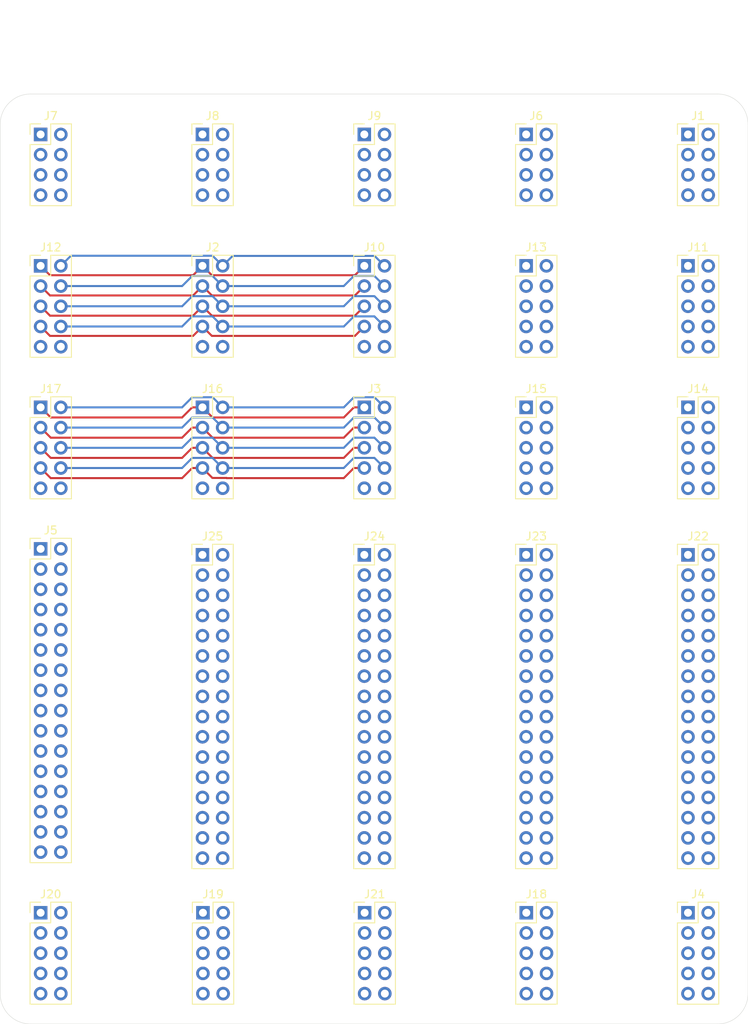
<source format=kicad_pcb>
(kicad_pcb (version 20171130) (host pcbnew "(5.1.10)-1")

  (general
    (thickness 1.6)
    (drawings 9)
    (tracks 120)
    (zones 0)
    (modules 25)
    (nets 53)
  )

  (page A4)
  (layers
    (0 F.Cu signal)
    (31 B.Cu signal)
    (32 B.Adhes user)
    (33 F.Adhes user)
    (34 B.Paste user)
    (35 F.Paste user)
    (36 B.SilkS user)
    (37 F.SilkS user)
    (38 B.Mask user)
    (39 F.Mask user)
    (40 Dwgs.User user)
    (41 Cmts.User user)
    (42 Eco1.User user)
    (43 Eco2.User user)
    (44 Edge.Cuts user)
    (45 Margin user)
    (46 B.CrtYd user)
    (47 F.CrtYd user)
    (48 B.Fab user)
    (49 F.Fab user)
  )

  (setup
    (last_trace_width 0.254)
    (trace_clearance 0.2032)
    (zone_clearance 0.508)
    (zone_45_only no)
    (trace_min 0.2)
    (via_size 0.8)
    (via_drill 0.4)
    (via_min_size 0.4)
    (via_min_drill 0.3)
    (uvia_size 0.3)
    (uvia_drill 0.1)
    (uvias_allowed no)
    (uvia_min_size 0.2)
    (uvia_min_drill 0.1)
    (edge_width 0.05)
    (segment_width 0.2)
    (pcb_text_width 0.3)
    (pcb_text_size 1.5 1.5)
    (mod_edge_width 0.12)
    (mod_text_size 1 1)
    (mod_text_width 0.15)
    (pad_size 1.524 1.524)
    (pad_drill 0.762)
    (pad_to_mask_clearance 0)
    (aux_axis_origin 0 0)
    (visible_elements 7FFFFFFF)
    (pcbplotparams
      (layerselection 0x010fc_ffffffff)
      (usegerberextensions false)
      (usegerberattributes true)
      (usegerberadvancedattributes true)
      (creategerberjobfile true)
      (excludeedgelayer true)
      (linewidth 0.100000)
      (plotframeref false)
      (viasonmask false)
      (mode 1)
      (useauxorigin false)
      (hpglpennumber 1)
      (hpglpenspeed 20)
      (hpglpendiameter 15.000000)
      (psnegative false)
      (psa4output false)
      (plotreference true)
      (plotvalue true)
      (plotinvisibletext false)
      (padsonsilk false)
      (subtractmaskfromsilk false)
      (outputformat 1)
      (mirror false)
      (drillshape 1)
      (scaleselection 1)
      (outputdirectory ""))
  )

  (net 0 "")
  (net 1 -12V)
  (net 2 +12V)
  (net 3 /GND)
  (net 4 +5V)
  (net 5 /INTDEV6)
  (net 6 /MDI-MDO)
  (net 7 /S4)
  (net 8 /S5)
  (net 9 /S2)
  (net 10 /S3)
  (net 11 /S0)
  (net 12 /S1)
  (net 13 /KSEL2)
  (net 14 /PDLTRIG)
  (net 15 /KSEL1)
  (net 16 /!DMA)
  (net 17 /KSEL0)
  (net 18 /~NMI)
  (net 19 /C060-67)
  (net 20 /~RDY)
  (net 21 /PH0)
  (net 22 /~INH)
  (net 23 /Q3)
  (net 24 /RW)
  (net 25 /CREF)
  (net 26 /~RESET)
  (net 27 /7M)
  (net 28 /~IRQ)
  (net 29 /MD6)
  (net 30 /MD7)
  (net 31 /MD4)
  (net 32 /MD5)
  (net 33 /MD2)
  (net 34 /MD3)
  (net 35 /MD0)
  (net 36 /MD1)
  (net 37 /BA14)
  (net 38 /BA15)
  (net 39 /BA12)
  (net 40 /BA13)
  (net 41 /BA10)
  (net 42 /BA11)
  (net 43 /BA8)
  (net 44 /BA9)
  (net 45 /BA6)
  (net 46 /BA7)
  (net 47 /BA4)
  (net 48 /BA5)
  (net 49 /BA2)
  (net 50 /BA3)
  (net 51 /BA0)
  (net 52 /BA1)

  (net_class Default "This is the default net class."
    (clearance 0.2032)
    (trace_width 0.254)
    (via_dia 0.8)
    (via_drill 0.4)
    (uvia_dia 0.3)
    (uvia_drill 0.1)
    (add_net +12V)
    (add_net +5V)
    (add_net -12V)
    (add_net /!DMA)
    (add_net /7M)
    (add_net /BA0)
    (add_net /BA1)
    (add_net /BA10)
    (add_net /BA11)
    (add_net /BA12)
    (add_net /BA13)
    (add_net /BA14)
    (add_net /BA15)
    (add_net /BA2)
    (add_net /BA3)
    (add_net /BA4)
    (add_net /BA5)
    (add_net /BA6)
    (add_net /BA7)
    (add_net /BA8)
    (add_net /BA9)
    (add_net /C060-67)
    (add_net /CREF)
    (add_net /GND)
    (add_net /INTDEV6)
    (add_net /KSEL0)
    (add_net /KSEL1)
    (add_net /KSEL2)
    (add_net /MD0)
    (add_net /MD1)
    (add_net /MD2)
    (add_net /MD3)
    (add_net /MD4)
    (add_net /MD5)
    (add_net /MD6)
    (add_net /MD7)
    (add_net /MDI-MDO)
    (add_net /PDLTRIG)
    (add_net /PH0)
    (add_net /Q3)
    (add_net /RW)
    (add_net /S0)
    (add_net /S1)
    (add_net /S2)
    (add_net /S3)
    (add_net /S4)
    (add_net /S5)
    (add_net /~INH)
    (add_net /~IRQ)
    (add_net /~NMI)
    (add_net /~RDY)
    (add_net /~RESET)
  )

  (module Connector_PinHeader_2.54mm:PinHeader_2x16_P2.54mm_Vertical (layer F.Cu) (tedit 59FED5CC) (tstamp 61174C24)
    (at -99.04 182.363)
    (descr "Through hole straight pin header, 2x16, 2.54mm pitch, double rows")
    (tags "Through hole pin header THT 2x16 2.54mm double row")
    (path /611FAF09)
    (fp_text reference J25 (at 1.27 -2.33) (layer F.SilkS)
      (effects (font (size 1 1) (thickness 0.15)))
    )
    (fp_text value Addr_Main_Data (at 1.27 40.43) (layer F.Fab)
      (effects (font (size 1 1) (thickness 0.15)))
    )
    (fp_line (start 4.35 -1.8) (end -1.8 -1.8) (layer F.CrtYd) (width 0.05))
    (fp_line (start 4.35 39.9) (end 4.35 -1.8) (layer F.CrtYd) (width 0.05))
    (fp_line (start -1.8 39.9) (end 4.35 39.9) (layer F.CrtYd) (width 0.05))
    (fp_line (start -1.8 -1.8) (end -1.8 39.9) (layer F.CrtYd) (width 0.05))
    (fp_line (start -1.33 -1.33) (end 0 -1.33) (layer F.SilkS) (width 0.12))
    (fp_line (start -1.33 0) (end -1.33 -1.33) (layer F.SilkS) (width 0.12))
    (fp_line (start 1.27 -1.33) (end 3.87 -1.33) (layer F.SilkS) (width 0.12))
    (fp_line (start 1.27 1.27) (end 1.27 -1.33) (layer F.SilkS) (width 0.12))
    (fp_line (start -1.33 1.27) (end 1.27 1.27) (layer F.SilkS) (width 0.12))
    (fp_line (start 3.87 -1.33) (end 3.87 39.43) (layer F.SilkS) (width 0.12))
    (fp_line (start -1.33 1.27) (end -1.33 39.43) (layer F.SilkS) (width 0.12))
    (fp_line (start -1.33 39.43) (end 3.87 39.43) (layer F.SilkS) (width 0.12))
    (fp_line (start -1.27 0) (end 0 -1.27) (layer F.Fab) (width 0.1))
    (fp_line (start -1.27 39.37) (end -1.27 0) (layer F.Fab) (width 0.1))
    (fp_line (start 3.81 39.37) (end -1.27 39.37) (layer F.Fab) (width 0.1))
    (fp_line (start 3.81 -1.27) (end 3.81 39.37) (layer F.Fab) (width 0.1))
    (fp_line (start 0 -1.27) (end 3.81 -1.27) (layer F.Fab) (width 0.1))
    (fp_text user %R (at 1.27 19.05 90) (layer F.Fab)
      (effects (font (size 1 1) (thickness 0.15)))
    )
    (pad 32 thru_hole oval (at 2.54 38.1) (size 1.7 1.7) (drill 1) (layers *.Cu *.Mask)
      (net 3 /GND))
    (pad 31 thru_hole oval (at 0 38.1) (size 1.7 1.7) (drill 1) (layers *.Cu *.Mask)
      (net 3 /GND))
    (pad 30 thru_hole oval (at 2.54 35.56) (size 1.7 1.7) (drill 1) (layers *.Cu *.Mask)
      (net 29 /MD6))
    (pad 29 thru_hole oval (at 0 35.56) (size 1.7 1.7) (drill 1) (layers *.Cu *.Mask)
      (net 30 /MD7))
    (pad 28 thru_hole oval (at 2.54 33.02) (size 1.7 1.7) (drill 1) (layers *.Cu *.Mask)
      (net 31 /MD4))
    (pad 27 thru_hole oval (at 0 33.02) (size 1.7 1.7) (drill 1) (layers *.Cu *.Mask)
      (net 32 /MD5))
    (pad 26 thru_hole oval (at 2.54 30.48) (size 1.7 1.7) (drill 1) (layers *.Cu *.Mask)
      (net 33 /MD2))
    (pad 25 thru_hole oval (at 0 30.48) (size 1.7 1.7) (drill 1) (layers *.Cu *.Mask)
      (net 34 /MD3))
    (pad 24 thru_hole oval (at 2.54 27.94) (size 1.7 1.7) (drill 1) (layers *.Cu *.Mask)
      (net 35 /MD0))
    (pad 23 thru_hole oval (at 0 27.94) (size 1.7 1.7) (drill 1) (layers *.Cu *.Mask)
      (net 36 /MD1))
    (pad 22 thru_hole oval (at 2.54 25.4) (size 1.7 1.7) (drill 1) (layers *.Cu *.Mask)
      (net 3 /GND))
    (pad 21 thru_hole oval (at 0 25.4) (size 1.7 1.7) (drill 1) (layers *.Cu *.Mask)
      (net 3 /GND))
    (pad 20 thru_hole oval (at 2.54 22.86) (size 1.7 1.7) (drill 1) (layers *.Cu *.Mask)
      (net 37 /BA14))
    (pad 19 thru_hole oval (at 0 22.86) (size 1.7 1.7) (drill 1) (layers *.Cu *.Mask)
      (net 38 /BA15))
    (pad 18 thru_hole oval (at 2.54 20.32) (size 1.7 1.7) (drill 1) (layers *.Cu *.Mask)
      (net 39 /BA12))
    (pad 17 thru_hole oval (at 0 20.32) (size 1.7 1.7) (drill 1) (layers *.Cu *.Mask)
      (net 40 /BA13))
    (pad 16 thru_hole oval (at 2.54 17.78) (size 1.7 1.7) (drill 1) (layers *.Cu *.Mask)
      (net 41 /BA10))
    (pad 15 thru_hole oval (at 0 17.78) (size 1.7 1.7) (drill 1) (layers *.Cu *.Mask)
      (net 42 /BA11))
    (pad 14 thru_hole oval (at 2.54 15.24) (size 1.7 1.7) (drill 1) (layers *.Cu *.Mask)
      (net 43 /BA8))
    (pad 13 thru_hole oval (at 0 15.24) (size 1.7 1.7) (drill 1) (layers *.Cu *.Mask)
      (net 44 /BA9))
    (pad 12 thru_hole oval (at 2.54 12.7) (size 1.7 1.7) (drill 1) (layers *.Cu *.Mask)
      (net 3 /GND))
    (pad 11 thru_hole oval (at 0 12.7) (size 1.7 1.7) (drill 1) (layers *.Cu *.Mask)
      (net 3 /GND))
    (pad 10 thru_hole oval (at 2.54 10.16) (size 1.7 1.7) (drill 1) (layers *.Cu *.Mask)
      (net 45 /BA6))
    (pad 9 thru_hole oval (at 0 10.16) (size 1.7 1.7) (drill 1) (layers *.Cu *.Mask)
      (net 46 /BA7))
    (pad 8 thru_hole oval (at 2.54 7.62) (size 1.7 1.7) (drill 1) (layers *.Cu *.Mask)
      (net 47 /BA4))
    (pad 7 thru_hole oval (at 0 7.62) (size 1.7 1.7) (drill 1) (layers *.Cu *.Mask)
      (net 48 /BA5))
    (pad 6 thru_hole oval (at 2.54 5.08) (size 1.7 1.7) (drill 1) (layers *.Cu *.Mask)
      (net 49 /BA2))
    (pad 5 thru_hole oval (at 0 5.08) (size 1.7 1.7) (drill 1) (layers *.Cu *.Mask)
      (net 50 /BA3))
    (pad 4 thru_hole oval (at 2.54 2.54) (size 1.7 1.7) (drill 1) (layers *.Cu *.Mask)
      (net 51 /BA0))
    (pad 3 thru_hole oval (at 0 2.54) (size 1.7 1.7) (drill 1) (layers *.Cu *.Mask)
      (net 52 /BA1))
    (pad 2 thru_hole oval (at 2.54 0) (size 1.7 1.7) (drill 1) (layers *.Cu *.Mask)
      (net 3 /GND))
    (pad 1 thru_hole rect (at 0 0) (size 1.7 1.7) (drill 1) (layers *.Cu *.Mask)
      (net 3 /GND))
    (model ${KISYS3DMOD}/Connector_PinHeader_2.54mm.3dshapes/PinHeader_2x16_P2.54mm_Vertical.wrl
      (at (xyz 0 0 0))
      (scale (xyz 1 1 1))
      (rotate (xyz 0 0 0))
    )
  )

  (module Connector_PinHeader_2.54mm:PinHeader_2x16_P2.54mm_Vertical (layer F.Cu) (tedit 59FED5CC) (tstamp 61174BEE)
    (at -78.7 182.363)
    (descr "Through hole straight pin header, 2x16, 2.54mm pitch, double rows")
    (tags "Through hole pin header THT 2x16 2.54mm double row")
    (path /611CF6A6)
    (fp_text reference J24 (at 1.27 -2.33) (layer F.SilkS)
      (effects (font (size 1 1) (thickness 0.15)))
    )
    (fp_text value Addr_Main_Data (at 1.27 40.43) (layer F.Fab)
      (effects (font (size 1 1) (thickness 0.15)))
    )
    (fp_line (start 4.35 -1.8) (end -1.8 -1.8) (layer F.CrtYd) (width 0.05))
    (fp_line (start 4.35 39.9) (end 4.35 -1.8) (layer F.CrtYd) (width 0.05))
    (fp_line (start -1.8 39.9) (end 4.35 39.9) (layer F.CrtYd) (width 0.05))
    (fp_line (start -1.8 -1.8) (end -1.8 39.9) (layer F.CrtYd) (width 0.05))
    (fp_line (start -1.33 -1.33) (end 0 -1.33) (layer F.SilkS) (width 0.12))
    (fp_line (start -1.33 0) (end -1.33 -1.33) (layer F.SilkS) (width 0.12))
    (fp_line (start 1.27 -1.33) (end 3.87 -1.33) (layer F.SilkS) (width 0.12))
    (fp_line (start 1.27 1.27) (end 1.27 -1.33) (layer F.SilkS) (width 0.12))
    (fp_line (start -1.33 1.27) (end 1.27 1.27) (layer F.SilkS) (width 0.12))
    (fp_line (start 3.87 -1.33) (end 3.87 39.43) (layer F.SilkS) (width 0.12))
    (fp_line (start -1.33 1.27) (end -1.33 39.43) (layer F.SilkS) (width 0.12))
    (fp_line (start -1.33 39.43) (end 3.87 39.43) (layer F.SilkS) (width 0.12))
    (fp_line (start -1.27 0) (end 0 -1.27) (layer F.Fab) (width 0.1))
    (fp_line (start -1.27 39.37) (end -1.27 0) (layer F.Fab) (width 0.1))
    (fp_line (start 3.81 39.37) (end -1.27 39.37) (layer F.Fab) (width 0.1))
    (fp_line (start 3.81 -1.27) (end 3.81 39.37) (layer F.Fab) (width 0.1))
    (fp_line (start 0 -1.27) (end 3.81 -1.27) (layer F.Fab) (width 0.1))
    (fp_text user %R (at 1.27 19.05 90) (layer F.Fab)
      (effects (font (size 1 1) (thickness 0.15)))
    )
    (pad 32 thru_hole oval (at 2.54 38.1) (size 1.7 1.7) (drill 1) (layers *.Cu *.Mask)
      (net 3 /GND))
    (pad 31 thru_hole oval (at 0 38.1) (size 1.7 1.7) (drill 1) (layers *.Cu *.Mask)
      (net 3 /GND))
    (pad 30 thru_hole oval (at 2.54 35.56) (size 1.7 1.7) (drill 1) (layers *.Cu *.Mask)
      (net 29 /MD6))
    (pad 29 thru_hole oval (at 0 35.56) (size 1.7 1.7) (drill 1) (layers *.Cu *.Mask)
      (net 30 /MD7))
    (pad 28 thru_hole oval (at 2.54 33.02) (size 1.7 1.7) (drill 1) (layers *.Cu *.Mask)
      (net 31 /MD4))
    (pad 27 thru_hole oval (at 0 33.02) (size 1.7 1.7) (drill 1) (layers *.Cu *.Mask)
      (net 32 /MD5))
    (pad 26 thru_hole oval (at 2.54 30.48) (size 1.7 1.7) (drill 1) (layers *.Cu *.Mask)
      (net 33 /MD2))
    (pad 25 thru_hole oval (at 0 30.48) (size 1.7 1.7) (drill 1) (layers *.Cu *.Mask)
      (net 34 /MD3))
    (pad 24 thru_hole oval (at 2.54 27.94) (size 1.7 1.7) (drill 1) (layers *.Cu *.Mask)
      (net 35 /MD0))
    (pad 23 thru_hole oval (at 0 27.94) (size 1.7 1.7) (drill 1) (layers *.Cu *.Mask)
      (net 36 /MD1))
    (pad 22 thru_hole oval (at 2.54 25.4) (size 1.7 1.7) (drill 1) (layers *.Cu *.Mask)
      (net 3 /GND))
    (pad 21 thru_hole oval (at 0 25.4) (size 1.7 1.7) (drill 1) (layers *.Cu *.Mask)
      (net 3 /GND))
    (pad 20 thru_hole oval (at 2.54 22.86) (size 1.7 1.7) (drill 1) (layers *.Cu *.Mask)
      (net 37 /BA14))
    (pad 19 thru_hole oval (at 0 22.86) (size 1.7 1.7) (drill 1) (layers *.Cu *.Mask)
      (net 38 /BA15))
    (pad 18 thru_hole oval (at 2.54 20.32) (size 1.7 1.7) (drill 1) (layers *.Cu *.Mask)
      (net 39 /BA12))
    (pad 17 thru_hole oval (at 0 20.32) (size 1.7 1.7) (drill 1) (layers *.Cu *.Mask)
      (net 40 /BA13))
    (pad 16 thru_hole oval (at 2.54 17.78) (size 1.7 1.7) (drill 1) (layers *.Cu *.Mask)
      (net 41 /BA10))
    (pad 15 thru_hole oval (at 0 17.78) (size 1.7 1.7) (drill 1) (layers *.Cu *.Mask)
      (net 42 /BA11))
    (pad 14 thru_hole oval (at 2.54 15.24) (size 1.7 1.7) (drill 1) (layers *.Cu *.Mask)
      (net 43 /BA8))
    (pad 13 thru_hole oval (at 0 15.24) (size 1.7 1.7) (drill 1) (layers *.Cu *.Mask)
      (net 44 /BA9))
    (pad 12 thru_hole oval (at 2.54 12.7) (size 1.7 1.7) (drill 1) (layers *.Cu *.Mask)
      (net 3 /GND))
    (pad 11 thru_hole oval (at 0 12.7) (size 1.7 1.7) (drill 1) (layers *.Cu *.Mask)
      (net 3 /GND))
    (pad 10 thru_hole oval (at 2.54 10.16) (size 1.7 1.7) (drill 1) (layers *.Cu *.Mask)
      (net 45 /BA6))
    (pad 9 thru_hole oval (at 0 10.16) (size 1.7 1.7) (drill 1) (layers *.Cu *.Mask)
      (net 46 /BA7))
    (pad 8 thru_hole oval (at 2.54 7.62) (size 1.7 1.7) (drill 1) (layers *.Cu *.Mask)
      (net 47 /BA4))
    (pad 7 thru_hole oval (at 0 7.62) (size 1.7 1.7) (drill 1) (layers *.Cu *.Mask)
      (net 48 /BA5))
    (pad 6 thru_hole oval (at 2.54 5.08) (size 1.7 1.7) (drill 1) (layers *.Cu *.Mask)
      (net 49 /BA2))
    (pad 5 thru_hole oval (at 0 5.08) (size 1.7 1.7) (drill 1) (layers *.Cu *.Mask)
      (net 50 /BA3))
    (pad 4 thru_hole oval (at 2.54 2.54) (size 1.7 1.7) (drill 1) (layers *.Cu *.Mask)
      (net 51 /BA0))
    (pad 3 thru_hole oval (at 0 2.54) (size 1.7 1.7) (drill 1) (layers *.Cu *.Mask)
      (net 52 /BA1))
    (pad 2 thru_hole oval (at 2.54 0) (size 1.7 1.7) (drill 1) (layers *.Cu *.Mask)
      (net 3 /GND))
    (pad 1 thru_hole rect (at 0 0) (size 1.7 1.7) (drill 1) (layers *.Cu *.Mask)
      (net 3 /GND))
    (model ${KISYS3DMOD}/Connector_PinHeader_2.54mm.3dshapes/PinHeader_2x16_P2.54mm_Vertical.wrl
      (at (xyz 0 0 0))
      (scale (xyz 1 1 1))
      (rotate (xyz 0 0 0))
    )
  )

  (module Connector_PinHeader_2.54mm:PinHeader_2x16_P2.54mm_Vertical (layer F.Cu) (tedit 59FED5CC) (tstamp 61174BB8)
    (at -58.36 182.363)
    (descr "Through hole straight pin header, 2x16, 2.54mm pitch, double rows")
    (tags "Through hole pin header THT 2x16 2.54mm double row")
    (path /611ACFD6)
    (fp_text reference J23 (at 1.27 -2.33) (layer F.SilkS)
      (effects (font (size 1 1) (thickness 0.15)))
    )
    (fp_text value Addr_Main_Data (at 1.27 40.43) (layer F.Fab)
      (effects (font (size 1 1) (thickness 0.15)))
    )
    (fp_line (start 4.35 -1.8) (end -1.8 -1.8) (layer F.CrtYd) (width 0.05))
    (fp_line (start 4.35 39.9) (end 4.35 -1.8) (layer F.CrtYd) (width 0.05))
    (fp_line (start -1.8 39.9) (end 4.35 39.9) (layer F.CrtYd) (width 0.05))
    (fp_line (start -1.8 -1.8) (end -1.8 39.9) (layer F.CrtYd) (width 0.05))
    (fp_line (start -1.33 -1.33) (end 0 -1.33) (layer F.SilkS) (width 0.12))
    (fp_line (start -1.33 0) (end -1.33 -1.33) (layer F.SilkS) (width 0.12))
    (fp_line (start 1.27 -1.33) (end 3.87 -1.33) (layer F.SilkS) (width 0.12))
    (fp_line (start 1.27 1.27) (end 1.27 -1.33) (layer F.SilkS) (width 0.12))
    (fp_line (start -1.33 1.27) (end 1.27 1.27) (layer F.SilkS) (width 0.12))
    (fp_line (start 3.87 -1.33) (end 3.87 39.43) (layer F.SilkS) (width 0.12))
    (fp_line (start -1.33 1.27) (end -1.33 39.43) (layer F.SilkS) (width 0.12))
    (fp_line (start -1.33 39.43) (end 3.87 39.43) (layer F.SilkS) (width 0.12))
    (fp_line (start -1.27 0) (end 0 -1.27) (layer F.Fab) (width 0.1))
    (fp_line (start -1.27 39.37) (end -1.27 0) (layer F.Fab) (width 0.1))
    (fp_line (start 3.81 39.37) (end -1.27 39.37) (layer F.Fab) (width 0.1))
    (fp_line (start 3.81 -1.27) (end 3.81 39.37) (layer F.Fab) (width 0.1))
    (fp_line (start 0 -1.27) (end 3.81 -1.27) (layer F.Fab) (width 0.1))
    (fp_text user %R (at 1.27 19.05 90) (layer F.Fab)
      (effects (font (size 1 1) (thickness 0.15)))
    )
    (pad 32 thru_hole oval (at 2.54 38.1) (size 1.7 1.7) (drill 1) (layers *.Cu *.Mask)
      (net 3 /GND))
    (pad 31 thru_hole oval (at 0 38.1) (size 1.7 1.7) (drill 1) (layers *.Cu *.Mask)
      (net 3 /GND))
    (pad 30 thru_hole oval (at 2.54 35.56) (size 1.7 1.7) (drill 1) (layers *.Cu *.Mask)
      (net 29 /MD6))
    (pad 29 thru_hole oval (at 0 35.56) (size 1.7 1.7) (drill 1) (layers *.Cu *.Mask)
      (net 30 /MD7))
    (pad 28 thru_hole oval (at 2.54 33.02) (size 1.7 1.7) (drill 1) (layers *.Cu *.Mask)
      (net 31 /MD4))
    (pad 27 thru_hole oval (at 0 33.02) (size 1.7 1.7) (drill 1) (layers *.Cu *.Mask)
      (net 32 /MD5))
    (pad 26 thru_hole oval (at 2.54 30.48) (size 1.7 1.7) (drill 1) (layers *.Cu *.Mask)
      (net 33 /MD2))
    (pad 25 thru_hole oval (at 0 30.48) (size 1.7 1.7) (drill 1) (layers *.Cu *.Mask)
      (net 34 /MD3))
    (pad 24 thru_hole oval (at 2.54 27.94) (size 1.7 1.7) (drill 1) (layers *.Cu *.Mask)
      (net 35 /MD0))
    (pad 23 thru_hole oval (at 0 27.94) (size 1.7 1.7) (drill 1) (layers *.Cu *.Mask)
      (net 36 /MD1))
    (pad 22 thru_hole oval (at 2.54 25.4) (size 1.7 1.7) (drill 1) (layers *.Cu *.Mask)
      (net 3 /GND))
    (pad 21 thru_hole oval (at 0 25.4) (size 1.7 1.7) (drill 1) (layers *.Cu *.Mask)
      (net 3 /GND))
    (pad 20 thru_hole oval (at 2.54 22.86) (size 1.7 1.7) (drill 1) (layers *.Cu *.Mask)
      (net 37 /BA14))
    (pad 19 thru_hole oval (at 0 22.86) (size 1.7 1.7) (drill 1) (layers *.Cu *.Mask)
      (net 38 /BA15))
    (pad 18 thru_hole oval (at 2.54 20.32) (size 1.7 1.7) (drill 1) (layers *.Cu *.Mask)
      (net 39 /BA12))
    (pad 17 thru_hole oval (at 0 20.32) (size 1.7 1.7) (drill 1) (layers *.Cu *.Mask)
      (net 40 /BA13))
    (pad 16 thru_hole oval (at 2.54 17.78) (size 1.7 1.7) (drill 1) (layers *.Cu *.Mask)
      (net 41 /BA10))
    (pad 15 thru_hole oval (at 0 17.78) (size 1.7 1.7) (drill 1) (layers *.Cu *.Mask)
      (net 42 /BA11))
    (pad 14 thru_hole oval (at 2.54 15.24) (size 1.7 1.7) (drill 1) (layers *.Cu *.Mask)
      (net 43 /BA8))
    (pad 13 thru_hole oval (at 0 15.24) (size 1.7 1.7) (drill 1) (layers *.Cu *.Mask)
      (net 44 /BA9))
    (pad 12 thru_hole oval (at 2.54 12.7) (size 1.7 1.7) (drill 1) (layers *.Cu *.Mask)
      (net 3 /GND))
    (pad 11 thru_hole oval (at 0 12.7) (size 1.7 1.7) (drill 1) (layers *.Cu *.Mask)
      (net 3 /GND))
    (pad 10 thru_hole oval (at 2.54 10.16) (size 1.7 1.7) (drill 1) (layers *.Cu *.Mask)
      (net 45 /BA6))
    (pad 9 thru_hole oval (at 0 10.16) (size 1.7 1.7) (drill 1) (layers *.Cu *.Mask)
      (net 46 /BA7))
    (pad 8 thru_hole oval (at 2.54 7.62) (size 1.7 1.7) (drill 1) (layers *.Cu *.Mask)
      (net 47 /BA4))
    (pad 7 thru_hole oval (at 0 7.62) (size 1.7 1.7) (drill 1) (layers *.Cu *.Mask)
      (net 48 /BA5))
    (pad 6 thru_hole oval (at 2.54 5.08) (size 1.7 1.7) (drill 1) (layers *.Cu *.Mask)
      (net 49 /BA2))
    (pad 5 thru_hole oval (at 0 5.08) (size 1.7 1.7) (drill 1) (layers *.Cu *.Mask)
      (net 50 /BA3))
    (pad 4 thru_hole oval (at 2.54 2.54) (size 1.7 1.7) (drill 1) (layers *.Cu *.Mask)
      (net 51 /BA0))
    (pad 3 thru_hole oval (at 0 2.54) (size 1.7 1.7) (drill 1) (layers *.Cu *.Mask)
      (net 52 /BA1))
    (pad 2 thru_hole oval (at 2.54 0) (size 1.7 1.7) (drill 1) (layers *.Cu *.Mask)
      (net 3 /GND))
    (pad 1 thru_hole rect (at 0 0) (size 1.7 1.7) (drill 1) (layers *.Cu *.Mask)
      (net 3 /GND))
    (model ${KISYS3DMOD}/Connector_PinHeader_2.54mm.3dshapes/PinHeader_2x16_P2.54mm_Vertical.wrl
      (at (xyz 0 0 0))
      (scale (xyz 1 1 1))
      (rotate (xyz 0 0 0))
    )
  )

  (module Connector_PinHeader_2.54mm:PinHeader_2x16_P2.54mm_Vertical (layer F.Cu) (tedit 59FED5CC) (tstamp 61174B82)
    (at -38.02 182.363)
    (descr "Through hole straight pin header, 2x16, 2.54mm pitch, double rows")
    (tags "Through hole pin header THT 2x16 2.54mm double row")
    (path /61198063)
    (fp_text reference J22 (at 1.27 -2.33) (layer F.SilkS)
      (effects (font (size 1 1) (thickness 0.15)))
    )
    (fp_text value Addr_Main_Data (at 1.27 40.43) (layer F.Fab)
      (effects (font (size 1 1) (thickness 0.15)))
    )
    (fp_line (start 4.35 -1.8) (end -1.8 -1.8) (layer F.CrtYd) (width 0.05))
    (fp_line (start 4.35 39.9) (end 4.35 -1.8) (layer F.CrtYd) (width 0.05))
    (fp_line (start -1.8 39.9) (end 4.35 39.9) (layer F.CrtYd) (width 0.05))
    (fp_line (start -1.8 -1.8) (end -1.8 39.9) (layer F.CrtYd) (width 0.05))
    (fp_line (start -1.33 -1.33) (end 0 -1.33) (layer F.SilkS) (width 0.12))
    (fp_line (start -1.33 0) (end -1.33 -1.33) (layer F.SilkS) (width 0.12))
    (fp_line (start 1.27 -1.33) (end 3.87 -1.33) (layer F.SilkS) (width 0.12))
    (fp_line (start 1.27 1.27) (end 1.27 -1.33) (layer F.SilkS) (width 0.12))
    (fp_line (start -1.33 1.27) (end 1.27 1.27) (layer F.SilkS) (width 0.12))
    (fp_line (start 3.87 -1.33) (end 3.87 39.43) (layer F.SilkS) (width 0.12))
    (fp_line (start -1.33 1.27) (end -1.33 39.43) (layer F.SilkS) (width 0.12))
    (fp_line (start -1.33 39.43) (end 3.87 39.43) (layer F.SilkS) (width 0.12))
    (fp_line (start -1.27 0) (end 0 -1.27) (layer F.Fab) (width 0.1))
    (fp_line (start -1.27 39.37) (end -1.27 0) (layer F.Fab) (width 0.1))
    (fp_line (start 3.81 39.37) (end -1.27 39.37) (layer F.Fab) (width 0.1))
    (fp_line (start 3.81 -1.27) (end 3.81 39.37) (layer F.Fab) (width 0.1))
    (fp_line (start 0 -1.27) (end 3.81 -1.27) (layer F.Fab) (width 0.1))
    (fp_text user %R (at 1.27 19.05 90) (layer F.Fab)
      (effects (font (size 1 1) (thickness 0.15)))
    )
    (pad 32 thru_hole oval (at 2.54 38.1) (size 1.7 1.7) (drill 1) (layers *.Cu *.Mask)
      (net 3 /GND))
    (pad 31 thru_hole oval (at 0 38.1) (size 1.7 1.7) (drill 1) (layers *.Cu *.Mask)
      (net 3 /GND))
    (pad 30 thru_hole oval (at 2.54 35.56) (size 1.7 1.7) (drill 1) (layers *.Cu *.Mask)
      (net 29 /MD6))
    (pad 29 thru_hole oval (at 0 35.56) (size 1.7 1.7) (drill 1) (layers *.Cu *.Mask)
      (net 30 /MD7))
    (pad 28 thru_hole oval (at 2.54 33.02) (size 1.7 1.7) (drill 1) (layers *.Cu *.Mask)
      (net 31 /MD4))
    (pad 27 thru_hole oval (at 0 33.02) (size 1.7 1.7) (drill 1) (layers *.Cu *.Mask)
      (net 32 /MD5))
    (pad 26 thru_hole oval (at 2.54 30.48) (size 1.7 1.7) (drill 1) (layers *.Cu *.Mask)
      (net 33 /MD2))
    (pad 25 thru_hole oval (at 0 30.48) (size 1.7 1.7) (drill 1) (layers *.Cu *.Mask)
      (net 34 /MD3))
    (pad 24 thru_hole oval (at 2.54 27.94) (size 1.7 1.7) (drill 1) (layers *.Cu *.Mask)
      (net 35 /MD0))
    (pad 23 thru_hole oval (at 0 27.94) (size 1.7 1.7) (drill 1) (layers *.Cu *.Mask)
      (net 36 /MD1))
    (pad 22 thru_hole oval (at 2.54 25.4) (size 1.7 1.7) (drill 1) (layers *.Cu *.Mask)
      (net 3 /GND))
    (pad 21 thru_hole oval (at 0 25.4) (size 1.7 1.7) (drill 1) (layers *.Cu *.Mask)
      (net 3 /GND))
    (pad 20 thru_hole oval (at 2.54 22.86) (size 1.7 1.7) (drill 1) (layers *.Cu *.Mask)
      (net 37 /BA14))
    (pad 19 thru_hole oval (at 0 22.86) (size 1.7 1.7) (drill 1) (layers *.Cu *.Mask)
      (net 38 /BA15))
    (pad 18 thru_hole oval (at 2.54 20.32) (size 1.7 1.7) (drill 1) (layers *.Cu *.Mask)
      (net 39 /BA12))
    (pad 17 thru_hole oval (at 0 20.32) (size 1.7 1.7) (drill 1) (layers *.Cu *.Mask)
      (net 40 /BA13))
    (pad 16 thru_hole oval (at 2.54 17.78) (size 1.7 1.7) (drill 1) (layers *.Cu *.Mask)
      (net 41 /BA10))
    (pad 15 thru_hole oval (at 0 17.78) (size 1.7 1.7) (drill 1) (layers *.Cu *.Mask)
      (net 42 /BA11))
    (pad 14 thru_hole oval (at 2.54 15.24) (size 1.7 1.7) (drill 1) (layers *.Cu *.Mask)
      (net 43 /BA8))
    (pad 13 thru_hole oval (at 0 15.24) (size 1.7 1.7) (drill 1) (layers *.Cu *.Mask)
      (net 44 /BA9))
    (pad 12 thru_hole oval (at 2.54 12.7) (size 1.7 1.7) (drill 1) (layers *.Cu *.Mask)
      (net 3 /GND))
    (pad 11 thru_hole oval (at 0 12.7) (size 1.7 1.7) (drill 1) (layers *.Cu *.Mask)
      (net 3 /GND))
    (pad 10 thru_hole oval (at 2.54 10.16) (size 1.7 1.7) (drill 1) (layers *.Cu *.Mask)
      (net 45 /BA6))
    (pad 9 thru_hole oval (at 0 10.16) (size 1.7 1.7) (drill 1) (layers *.Cu *.Mask)
      (net 46 /BA7))
    (pad 8 thru_hole oval (at 2.54 7.62) (size 1.7 1.7) (drill 1) (layers *.Cu *.Mask)
      (net 47 /BA4))
    (pad 7 thru_hole oval (at 0 7.62) (size 1.7 1.7) (drill 1) (layers *.Cu *.Mask)
      (net 48 /BA5))
    (pad 6 thru_hole oval (at 2.54 5.08) (size 1.7 1.7) (drill 1) (layers *.Cu *.Mask)
      (net 49 /BA2))
    (pad 5 thru_hole oval (at 0 5.08) (size 1.7 1.7) (drill 1) (layers *.Cu *.Mask)
      (net 50 /BA3))
    (pad 4 thru_hole oval (at 2.54 2.54) (size 1.7 1.7) (drill 1) (layers *.Cu *.Mask)
      (net 51 /BA0))
    (pad 3 thru_hole oval (at 0 2.54) (size 1.7 1.7) (drill 1) (layers *.Cu *.Mask)
      (net 52 /BA1))
    (pad 2 thru_hole oval (at 2.54 0) (size 1.7 1.7) (drill 1) (layers *.Cu *.Mask)
      (net 3 /GND))
    (pad 1 thru_hole rect (at 0 0) (size 1.7 1.7) (drill 1) (layers *.Cu *.Mask)
      (net 3 /GND))
    (model ${KISYS3DMOD}/Connector_PinHeader_2.54mm.3dshapes/PinHeader_2x16_P2.54mm_Vertical.wrl
      (at (xyz 0 0 0))
      (scale (xyz 1 1 1))
      (rotate (xyz 0 0 0))
    )
  )

  (module Connector_PinHeader_2.54mm:PinHeader_2x05_P2.54mm_Vertical (layer F.Cu) (tedit 59FED5CC) (tstamp 61174B4C)
    (at -78.66 227.33)
    (descr "Through hole straight pin header, 2x05, 2.54mm pitch, double rows")
    (tags "Through hole pin header THT 2x05 2.54mm double row")
    (path /611FAF4F)
    (fp_text reference J21 (at 1.27 -2.33) (layer F.SilkS)
      (effects (font (size 1 1) (thickness 0.15)))
    )
    (fp_text value CTRL1 (at 1.27 12.49) (layer F.Fab)
      (effects (font (size 1 1) (thickness 0.15)))
    )
    (fp_line (start 4.35 -1.8) (end -1.8 -1.8) (layer F.CrtYd) (width 0.05))
    (fp_line (start 4.35 11.95) (end 4.35 -1.8) (layer F.CrtYd) (width 0.05))
    (fp_line (start -1.8 11.95) (end 4.35 11.95) (layer F.CrtYd) (width 0.05))
    (fp_line (start -1.8 -1.8) (end -1.8 11.95) (layer F.CrtYd) (width 0.05))
    (fp_line (start -1.33 -1.33) (end 0 -1.33) (layer F.SilkS) (width 0.12))
    (fp_line (start -1.33 0) (end -1.33 -1.33) (layer F.SilkS) (width 0.12))
    (fp_line (start 1.27 -1.33) (end 3.87 -1.33) (layer F.SilkS) (width 0.12))
    (fp_line (start 1.27 1.27) (end 1.27 -1.33) (layer F.SilkS) (width 0.12))
    (fp_line (start -1.33 1.27) (end 1.27 1.27) (layer F.SilkS) (width 0.12))
    (fp_line (start 3.87 -1.33) (end 3.87 11.49) (layer F.SilkS) (width 0.12))
    (fp_line (start -1.33 1.27) (end -1.33 11.49) (layer F.SilkS) (width 0.12))
    (fp_line (start -1.33 11.49) (end 3.87 11.49) (layer F.SilkS) (width 0.12))
    (fp_line (start -1.27 0) (end 0 -1.27) (layer F.Fab) (width 0.1))
    (fp_line (start -1.27 11.43) (end -1.27 0) (layer F.Fab) (width 0.1))
    (fp_line (start 3.81 11.43) (end -1.27 11.43) (layer F.Fab) (width 0.1))
    (fp_line (start 3.81 -1.27) (end 3.81 11.43) (layer F.Fab) (width 0.1))
    (fp_line (start 0 -1.27) (end 3.81 -1.27) (layer F.Fab) (width 0.1))
    (fp_text user %R (at 1.27 5.08 90) (layer F.Fab)
      (effects (font (size 1 1) (thickness 0.15)))
    )
    (pad 10 thru_hole oval (at 2.54 10.16) (size 1.7 1.7) (drill 1) (layers *.Cu *.Mask)
      (net 3 /GND))
    (pad 9 thru_hole oval (at 0 10.16) (size 1.7 1.7) (drill 1) (layers *.Cu *.Mask)
      (net 3 /GND))
    (pad 8 thru_hole oval (at 2.54 7.62) (size 1.7 1.7) (drill 1) (layers *.Cu *.Mask)
      (net 21 /PH0))
    (pad 7 thru_hole oval (at 0 7.62) (size 1.7 1.7) (drill 1) (layers *.Cu *.Mask)
      (net 22 /~INH))
    (pad 6 thru_hole oval (at 2.54 5.08) (size 1.7 1.7) (drill 1) (layers *.Cu *.Mask)
      (net 23 /Q3))
    (pad 5 thru_hole oval (at 0 5.08) (size 1.7 1.7) (drill 1) (layers *.Cu *.Mask)
      (net 24 /RW))
    (pad 4 thru_hole oval (at 2.54 2.54) (size 1.7 1.7) (drill 1) (layers *.Cu *.Mask)
      (net 25 /CREF))
    (pad 3 thru_hole oval (at 0 2.54) (size 1.7 1.7) (drill 1) (layers *.Cu *.Mask)
      (net 26 /~RESET))
    (pad 2 thru_hole oval (at 2.54 0) (size 1.7 1.7) (drill 1) (layers *.Cu *.Mask)
      (net 27 /7M))
    (pad 1 thru_hole rect (at 0 0) (size 1.7 1.7) (drill 1) (layers *.Cu *.Mask)
      (net 28 /~IRQ))
    (model ${KISYS3DMOD}/Connector_PinHeader_2.54mm.3dshapes/PinHeader_2x05_P2.54mm_Vertical.wrl
      (at (xyz 0 0 0))
      (scale (xyz 1 1 1))
      (rotate (xyz 0 0 0))
    )
  )

  (module Connector_PinHeader_2.54mm:PinHeader_2x05_P2.54mm_Vertical (layer F.Cu) (tedit 59FED5CC) (tstamp 61174B2C)
    (at -119.38 227.33)
    (descr "Through hole straight pin header, 2x05, 2.54mm pitch, double rows")
    (tags "Through hole pin header THT 2x05 2.54mm double row")
    (path /611CF6EC)
    (fp_text reference J20 (at 1.27 -2.33) (layer F.SilkS)
      (effects (font (size 1 1) (thickness 0.15)))
    )
    (fp_text value CTRL1 (at 1.27 12.49) (layer F.Fab)
      (effects (font (size 1 1) (thickness 0.15)))
    )
    (fp_line (start 4.35 -1.8) (end -1.8 -1.8) (layer F.CrtYd) (width 0.05))
    (fp_line (start 4.35 11.95) (end 4.35 -1.8) (layer F.CrtYd) (width 0.05))
    (fp_line (start -1.8 11.95) (end 4.35 11.95) (layer F.CrtYd) (width 0.05))
    (fp_line (start -1.8 -1.8) (end -1.8 11.95) (layer F.CrtYd) (width 0.05))
    (fp_line (start -1.33 -1.33) (end 0 -1.33) (layer F.SilkS) (width 0.12))
    (fp_line (start -1.33 0) (end -1.33 -1.33) (layer F.SilkS) (width 0.12))
    (fp_line (start 1.27 -1.33) (end 3.87 -1.33) (layer F.SilkS) (width 0.12))
    (fp_line (start 1.27 1.27) (end 1.27 -1.33) (layer F.SilkS) (width 0.12))
    (fp_line (start -1.33 1.27) (end 1.27 1.27) (layer F.SilkS) (width 0.12))
    (fp_line (start 3.87 -1.33) (end 3.87 11.49) (layer F.SilkS) (width 0.12))
    (fp_line (start -1.33 1.27) (end -1.33 11.49) (layer F.SilkS) (width 0.12))
    (fp_line (start -1.33 11.49) (end 3.87 11.49) (layer F.SilkS) (width 0.12))
    (fp_line (start -1.27 0) (end 0 -1.27) (layer F.Fab) (width 0.1))
    (fp_line (start -1.27 11.43) (end -1.27 0) (layer F.Fab) (width 0.1))
    (fp_line (start 3.81 11.43) (end -1.27 11.43) (layer F.Fab) (width 0.1))
    (fp_line (start 3.81 -1.27) (end 3.81 11.43) (layer F.Fab) (width 0.1))
    (fp_line (start 0 -1.27) (end 3.81 -1.27) (layer F.Fab) (width 0.1))
    (fp_text user %R (at 1.27 5.08 90) (layer F.Fab)
      (effects (font (size 1 1) (thickness 0.15)))
    )
    (pad 10 thru_hole oval (at 2.54 10.16) (size 1.7 1.7) (drill 1) (layers *.Cu *.Mask)
      (net 3 /GND))
    (pad 9 thru_hole oval (at 0 10.16) (size 1.7 1.7) (drill 1) (layers *.Cu *.Mask)
      (net 3 /GND))
    (pad 8 thru_hole oval (at 2.54 7.62) (size 1.7 1.7) (drill 1) (layers *.Cu *.Mask)
      (net 21 /PH0))
    (pad 7 thru_hole oval (at 0 7.62) (size 1.7 1.7) (drill 1) (layers *.Cu *.Mask)
      (net 22 /~INH))
    (pad 6 thru_hole oval (at 2.54 5.08) (size 1.7 1.7) (drill 1) (layers *.Cu *.Mask)
      (net 23 /Q3))
    (pad 5 thru_hole oval (at 0 5.08) (size 1.7 1.7) (drill 1) (layers *.Cu *.Mask)
      (net 24 /RW))
    (pad 4 thru_hole oval (at 2.54 2.54) (size 1.7 1.7) (drill 1) (layers *.Cu *.Mask)
      (net 25 /CREF))
    (pad 3 thru_hole oval (at 0 2.54) (size 1.7 1.7) (drill 1) (layers *.Cu *.Mask)
      (net 26 /~RESET))
    (pad 2 thru_hole oval (at 2.54 0) (size 1.7 1.7) (drill 1) (layers *.Cu *.Mask)
      (net 27 /7M))
    (pad 1 thru_hole rect (at 0 0) (size 1.7 1.7) (drill 1) (layers *.Cu *.Mask)
      (net 28 /~IRQ))
    (model ${KISYS3DMOD}/Connector_PinHeader_2.54mm.3dshapes/PinHeader_2x05_P2.54mm_Vertical.wrl
      (at (xyz 0 0 0))
      (scale (xyz 1 1 1))
      (rotate (xyz 0 0 0))
    )
  )

  (module Connector_PinHeader_2.54mm:PinHeader_2x05_P2.54mm_Vertical (layer F.Cu) (tedit 59FED5CC) (tstamp 61174B0C)
    (at -98.98 227.33)
    (descr "Through hole straight pin header, 2x05, 2.54mm pitch, double rows")
    (tags "Through hole pin header THT 2x05 2.54mm double row")
    (path /611AD01C)
    (fp_text reference J19 (at 1.27 -2.33) (layer F.SilkS)
      (effects (font (size 1 1) (thickness 0.15)))
    )
    (fp_text value CTRL1 (at 1.27 12.49) (layer F.Fab)
      (effects (font (size 1 1) (thickness 0.15)))
    )
    (fp_line (start 4.35 -1.8) (end -1.8 -1.8) (layer F.CrtYd) (width 0.05))
    (fp_line (start 4.35 11.95) (end 4.35 -1.8) (layer F.CrtYd) (width 0.05))
    (fp_line (start -1.8 11.95) (end 4.35 11.95) (layer F.CrtYd) (width 0.05))
    (fp_line (start -1.8 -1.8) (end -1.8 11.95) (layer F.CrtYd) (width 0.05))
    (fp_line (start -1.33 -1.33) (end 0 -1.33) (layer F.SilkS) (width 0.12))
    (fp_line (start -1.33 0) (end -1.33 -1.33) (layer F.SilkS) (width 0.12))
    (fp_line (start 1.27 -1.33) (end 3.87 -1.33) (layer F.SilkS) (width 0.12))
    (fp_line (start 1.27 1.27) (end 1.27 -1.33) (layer F.SilkS) (width 0.12))
    (fp_line (start -1.33 1.27) (end 1.27 1.27) (layer F.SilkS) (width 0.12))
    (fp_line (start 3.87 -1.33) (end 3.87 11.49) (layer F.SilkS) (width 0.12))
    (fp_line (start -1.33 1.27) (end -1.33 11.49) (layer F.SilkS) (width 0.12))
    (fp_line (start -1.33 11.49) (end 3.87 11.49) (layer F.SilkS) (width 0.12))
    (fp_line (start -1.27 0) (end 0 -1.27) (layer F.Fab) (width 0.1))
    (fp_line (start -1.27 11.43) (end -1.27 0) (layer F.Fab) (width 0.1))
    (fp_line (start 3.81 11.43) (end -1.27 11.43) (layer F.Fab) (width 0.1))
    (fp_line (start 3.81 -1.27) (end 3.81 11.43) (layer F.Fab) (width 0.1))
    (fp_line (start 0 -1.27) (end 3.81 -1.27) (layer F.Fab) (width 0.1))
    (fp_text user %R (at 1.27 5.08 90) (layer F.Fab)
      (effects (font (size 1 1) (thickness 0.15)))
    )
    (pad 10 thru_hole oval (at 2.54 10.16) (size 1.7 1.7) (drill 1) (layers *.Cu *.Mask)
      (net 3 /GND))
    (pad 9 thru_hole oval (at 0 10.16) (size 1.7 1.7) (drill 1) (layers *.Cu *.Mask)
      (net 3 /GND))
    (pad 8 thru_hole oval (at 2.54 7.62) (size 1.7 1.7) (drill 1) (layers *.Cu *.Mask)
      (net 21 /PH0))
    (pad 7 thru_hole oval (at 0 7.62) (size 1.7 1.7) (drill 1) (layers *.Cu *.Mask)
      (net 22 /~INH))
    (pad 6 thru_hole oval (at 2.54 5.08) (size 1.7 1.7) (drill 1) (layers *.Cu *.Mask)
      (net 23 /Q3))
    (pad 5 thru_hole oval (at 0 5.08) (size 1.7 1.7) (drill 1) (layers *.Cu *.Mask)
      (net 24 /RW))
    (pad 4 thru_hole oval (at 2.54 2.54) (size 1.7 1.7) (drill 1) (layers *.Cu *.Mask)
      (net 25 /CREF))
    (pad 3 thru_hole oval (at 0 2.54) (size 1.7 1.7) (drill 1) (layers *.Cu *.Mask)
      (net 26 /~RESET))
    (pad 2 thru_hole oval (at 2.54 0) (size 1.7 1.7) (drill 1) (layers *.Cu *.Mask)
      (net 27 /7M))
    (pad 1 thru_hole rect (at 0 0) (size 1.7 1.7) (drill 1) (layers *.Cu *.Mask)
      (net 28 /~IRQ))
    (model ${KISYS3DMOD}/Connector_PinHeader_2.54mm.3dshapes/PinHeader_2x05_P2.54mm_Vertical.wrl
      (at (xyz 0 0 0))
      (scale (xyz 1 1 1))
      (rotate (xyz 0 0 0))
    )
  )

  (module Connector_PinHeader_2.54mm:PinHeader_2x05_P2.54mm_Vertical (layer F.Cu) (tedit 59FED5CC) (tstamp 61174AEC)
    (at -58.34 227.33)
    (descr "Through hole straight pin header, 2x05, 2.54mm pitch, double rows")
    (tags "Through hole pin header THT 2x05 2.54mm double row")
    (path /611980A9)
    (fp_text reference J18 (at 1.27 -2.33) (layer F.SilkS)
      (effects (font (size 1 1) (thickness 0.15)))
    )
    (fp_text value CTRL1 (at 1.27 12.49) (layer F.Fab)
      (effects (font (size 1 1) (thickness 0.15)))
    )
    (fp_line (start 4.35 -1.8) (end -1.8 -1.8) (layer F.CrtYd) (width 0.05))
    (fp_line (start 4.35 11.95) (end 4.35 -1.8) (layer F.CrtYd) (width 0.05))
    (fp_line (start -1.8 11.95) (end 4.35 11.95) (layer F.CrtYd) (width 0.05))
    (fp_line (start -1.8 -1.8) (end -1.8 11.95) (layer F.CrtYd) (width 0.05))
    (fp_line (start -1.33 -1.33) (end 0 -1.33) (layer F.SilkS) (width 0.12))
    (fp_line (start -1.33 0) (end -1.33 -1.33) (layer F.SilkS) (width 0.12))
    (fp_line (start 1.27 -1.33) (end 3.87 -1.33) (layer F.SilkS) (width 0.12))
    (fp_line (start 1.27 1.27) (end 1.27 -1.33) (layer F.SilkS) (width 0.12))
    (fp_line (start -1.33 1.27) (end 1.27 1.27) (layer F.SilkS) (width 0.12))
    (fp_line (start 3.87 -1.33) (end 3.87 11.49) (layer F.SilkS) (width 0.12))
    (fp_line (start -1.33 1.27) (end -1.33 11.49) (layer F.SilkS) (width 0.12))
    (fp_line (start -1.33 11.49) (end 3.87 11.49) (layer F.SilkS) (width 0.12))
    (fp_line (start -1.27 0) (end 0 -1.27) (layer F.Fab) (width 0.1))
    (fp_line (start -1.27 11.43) (end -1.27 0) (layer F.Fab) (width 0.1))
    (fp_line (start 3.81 11.43) (end -1.27 11.43) (layer F.Fab) (width 0.1))
    (fp_line (start 3.81 -1.27) (end 3.81 11.43) (layer F.Fab) (width 0.1))
    (fp_line (start 0 -1.27) (end 3.81 -1.27) (layer F.Fab) (width 0.1))
    (fp_text user %R (at 1.27 5.08 90) (layer F.Fab)
      (effects (font (size 1 1) (thickness 0.15)))
    )
    (pad 10 thru_hole oval (at 2.54 10.16) (size 1.7 1.7) (drill 1) (layers *.Cu *.Mask)
      (net 3 /GND))
    (pad 9 thru_hole oval (at 0 10.16) (size 1.7 1.7) (drill 1) (layers *.Cu *.Mask)
      (net 3 /GND))
    (pad 8 thru_hole oval (at 2.54 7.62) (size 1.7 1.7) (drill 1) (layers *.Cu *.Mask)
      (net 21 /PH0))
    (pad 7 thru_hole oval (at 0 7.62) (size 1.7 1.7) (drill 1) (layers *.Cu *.Mask)
      (net 22 /~INH))
    (pad 6 thru_hole oval (at 2.54 5.08) (size 1.7 1.7) (drill 1) (layers *.Cu *.Mask)
      (net 23 /Q3))
    (pad 5 thru_hole oval (at 0 5.08) (size 1.7 1.7) (drill 1) (layers *.Cu *.Mask)
      (net 24 /RW))
    (pad 4 thru_hole oval (at 2.54 2.54) (size 1.7 1.7) (drill 1) (layers *.Cu *.Mask)
      (net 25 /CREF))
    (pad 3 thru_hole oval (at 0 2.54) (size 1.7 1.7) (drill 1) (layers *.Cu *.Mask)
      (net 26 /~RESET))
    (pad 2 thru_hole oval (at 2.54 0) (size 1.7 1.7) (drill 1) (layers *.Cu *.Mask)
      (net 27 /7M))
    (pad 1 thru_hole rect (at 0 0) (size 1.7 1.7) (drill 1) (layers *.Cu *.Mask)
      (net 28 /~IRQ))
    (model ${KISYS3DMOD}/Connector_PinHeader_2.54mm.3dshapes/PinHeader_2x05_P2.54mm_Vertical.wrl
      (at (xyz 0 0 0))
      (scale (xyz 1 1 1))
      (rotate (xyz 0 0 0))
    )
  )

  (module Connector_PinHeader_2.54mm:PinHeader_2x05_P2.54mm_Vertical (layer F.Cu) (tedit 59FED5CC) (tstamp 61174ACC)
    (at -119.38 163.83)
    (descr "Through hole straight pin header, 2x05, 2.54mm pitch, double rows")
    (tags "Through hole pin header THT 2x05 2.54mm double row")
    (path /611FAF7F)
    (fp_text reference J17 (at 1.27 -2.33) (layer F.SilkS)
      (effects (font (size 1 1) (thickness 0.15)))
    )
    (fp_text value CTRL2 (at 1.27 12.49) (layer F.Fab)
      (effects (font (size 1 1) (thickness 0.15)))
    )
    (fp_line (start 4.35 -1.8) (end -1.8 -1.8) (layer F.CrtYd) (width 0.05))
    (fp_line (start 4.35 11.95) (end 4.35 -1.8) (layer F.CrtYd) (width 0.05))
    (fp_line (start -1.8 11.95) (end 4.35 11.95) (layer F.CrtYd) (width 0.05))
    (fp_line (start -1.8 -1.8) (end -1.8 11.95) (layer F.CrtYd) (width 0.05))
    (fp_line (start -1.33 -1.33) (end 0 -1.33) (layer F.SilkS) (width 0.12))
    (fp_line (start -1.33 0) (end -1.33 -1.33) (layer F.SilkS) (width 0.12))
    (fp_line (start 1.27 -1.33) (end 3.87 -1.33) (layer F.SilkS) (width 0.12))
    (fp_line (start 1.27 1.27) (end 1.27 -1.33) (layer F.SilkS) (width 0.12))
    (fp_line (start -1.33 1.27) (end 1.27 1.27) (layer F.SilkS) (width 0.12))
    (fp_line (start 3.87 -1.33) (end 3.87 11.49) (layer F.SilkS) (width 0.12))
    (fp_line (start -1.33 1.27) (end -1.33 11.49) (layer F.SilkS) (width 0.12))
    (fp_line (start -1.33 11.49) (end 3.87 11.49) (layer F.SilkS) (width 0.12))
    (fp_line (start -1.27 0) (end 0 -1.27) (layer F.Fab) (width 0.1))
    (fp_line (start -1.27 11.43) (end -1.27 0) (layer F.Fab) (width 0.1))
    (fp_line (start 3.81 11.43) (end -1.27 11.43) (layer F.Fab) (width 0.1))
    (fp_line (start 3.81 -1.27) (end 3.81 11.43) (layer F.Fab) (width 0.1))
    (fp_line (start 0 -1.27) (end 3.81 -1.27) (layer F.Fab) (width 0.1))
    (fp_text user %R (at 1.27 5.08 90) (layer F.Fab)
      (effects (font (size 1 1) (thickness 0.15)))
    )
    (pad 10 thru_hole oval (at 2.54 10.16) (size 1.7 1.7) (drill 1) (layers *.Cu *.Mask)
      (net 3 /GND))
    (pad 9 thru_hole oval (at 0 10.16) (size 1.7 1.7) (drill 1) (layers *.Cu *.Mask)
      (net 3 /GND))
    (pad 8 thru_hole oval (at 2.54 7.62) (size 1.7 1.7) (drill 1) (layers *.Cu *.Mask)
      (net 13 /KSEL2))
    (pad 7 thru_hole oval (at 0 7.62) (size 1.7 1.7) (drill 1) (layers *.Cu *.Mask)
      (net 14 /PDLTRIG))
    (pad 6 thru_hole oval (at 2.54 5.08) (size 1.7 1.7) (drill 1) (layers *.Cu *.Mask)
      (net 15 /KSEL1))
    (pad 5 thru_hole oval (at 0 5.08) (size 1.7 1.7) (drill 1) (layers *.Cu *.Mask)
      (net 16 /!DMA))
    (pad 4 thru_hole oval (at 2.54 2.54) (size 1.7 1.7) (drill 1) (layers *.Cu *.Mask)
      (net 17 /KSEL0))
    (pad 3 thru_hole oval (at 0 2.54) (size 1.7 1.7) (drill 1) (layers *.Cu *.Mask)
      (net 18 /~NMI))
    (pad 2 thru_hole oval (at 2.54 0) (size 1.7 1.7) (drill 1) (layers *.Cu *.Mask)
      (net 19 /C060-67))
    (pad 1 thru_hole rect (at 0 0) (size 1.7 1.7) (drill 1) (layers *.Cu *.Mask)
      (net 20 /~RDY))
    (model ${KISYS3DMOD}/Connector_PinHeader_2.54mm.3dshapes/PinHeader_2x05_P2.54mm_Vertical.wrl
      (at (xyz 0 0 0))
      (scale (xyz 1 1 1))
      (rotate (xyz 0 0 0))
    )
  )

  (module Connector_PinHeader_2.54mm:PinHeader_2x05_P2.54mm_Vertical (layer F.Cu) (tedit 59FED5CC) (tstamp 61174AAC)
    (at -99.04 163.83)
    (descr "Through hole straight pin header, 2x05, 2.54mm pitch, double rows")
    (tags "Through hole pin header THT 2x05 2.54mm double row")
    (path /611CF71C)
    (fp_text reference J16 (at 1.27 -2.33) (layer F.SilkS)
      (effects (font (size 1 1) (thickness 0.15)))
    )
    (fp_text value CTRL2 (at 1.27 12.49) (layer F.Fab)
      (effects (font (size 1 1) (thickness 0.15)))
    )
    (fp_line (start 4.35 -1.8) (end -1.8 -1.8) (layer F.CrtYd) (width 0.05))
    (fp_line (start 4.35 11.95) (end 4.35 -1.8) (layer F.CrtYd) (width 0.05))
    (fp_line (start -1.8 11.95) (end 4.35 11.95) (layer F.CrtYd) (width 0.05))
    (fp_line (start -1.8 -1.8) (end -1.8 11.95) (layer F.CrtYd) (width 0.05))
    (fp_line (start -1.33 -1.33) (end 0 -1.33) (layer F.SilkS) (width 0.12))
    (fp_line (start -1.33 0) (end -1.33 -1.33) (layer F.SilkS) (width 0.12))
    (fp_line (start 1.27 -1.33) (end 3.87 -1.33) (layer F.SilkS) (width 0.12))
    (fp_line (start 1.27 1.27) (end 1.27 -1.33) (layer F.SilkS) (width 0.12))
    (fp_line (start -1.33 1.27) (end 1.27 1.27) (layer F.SilkS) (width 0.12))
    (fp_line (start 3.87 -1.33) (end 3.87 11.49) (layer F.SilkS) (width 0.12))
    (fp_line (start -1.33 1.27) (end -1.33 11.49) (layer F.SilkS) (width 0.12))
    (fp_line (start -1.33 11.49) (end 3.87 11.49) (layer F.SilkS) (width 0.12))
    (fp_line (start -1.27 0) (end 0 -1.27) (layer F.Fab) (width 0.1))
    (fp_line (start -1.27 11.43) (end -1.27 0) (layer F.Fab) (width 0.1))
    (fp_line (start 3.81 11.43) (end -1.27 11.43) (layer F.Fab) (width 0.1))
    (fp_line (start 3.81 -1.27) (end 3.81 11.43) (layer F.Fab) (width 0.1))
    (fp_line (start 0 -1.27) (end 3.81 -1.27) (layer F.Fab) (width 0.1))
    (fp_text user %R (at 1.27 5.08 90) (layer F.Fab)
      (effects (font (size 1 1) (thickness 0.15)))
    )
    (pad 10 thru_hole oval (at 2.54 10.16) (size 1.7 1.7) (drill 1) (layers *.Cu *.Mask)
      (net 3 /GND))
    (pad 9 thru_hole oval (at 0 10.16) (size 1.7 1.7) (drill 1) (layers *.Cu *.Mask)
      (net 3 /GND))
    (pad 8 thru_hole oval (at 2.54 7.62) (size 1.7 1.7) (drill 1) (layers *.Cu *.Mask)
      (net 13 /KSEL2))
    (pad 7 thru_hole oval (at 0 7.62) (size 1.7 1.7) (drill 1) (layers *.Cu *.Mask)
      (net 14 /PDLTRIG))
    (pad 6 thru_hole oval (at 2.54 5.08) (size 1.7 1.7) (drill 1) (layers *.Cu *.Mask)
      (net 15 /KSEL1))
    (pad 5 thru_hole oval (at 0 5.08) (size 1.7 1.7) (drill 1) (layers *.Cu *.Mask)
      (net 16 /!DMA))
    (pad 4 thru_hole oval (at 2.54 2.54) (size 1.7 1.7) (drill 1) (layers *.Cu *.Mask)
      (net 17 /KSEL0))
    (pad 3 thru_hole oval (at 0 2.54) (size 1.7 1.7) (drill 1) (layers *.Cu *.Mask)
      (net 18 /~NMI))
    (pad 2 thru_hole oval (at 2.54 0) (size 1.7 1.7) (drill 1) (layers *.Cu *.Mask)
      (net 19 /C060-67))
    (pad 1 thru_hole rect (at 0 0) (size 1.7 1.7) (drill 1) (layers *.Cu *.Mask)
      (net 20 /~RDY))
    (model ${KISYS3DMOD}/Connector_PinHeader_2.54mm.3dshapes/PinHeader_2x05_P2.54mm_Vertical.wrl
      (at (xyz 0 0 0))
      (scale (xyz 1 1 1))
      (rotate (xyz 0 0 0))
    )
  )

  (module Connector_PinHeader_2.54mm:PinHeader_2x05_P2.54mm_Vertical (layer F.Cu) (tedit 59FED5CC) (tstamp 61174A8C)
    (at -58.36 163.83)
    (descr "Through hole straight pin header, 2x05, 2.54mm pitch, double rows")
    (tags "Through hole pin header THT 2x05 2.54mm double row")
    (path /611AD04C)
    (fp_text reference J15 (at 1.27 -2.33) (layer F.SilkS)
      (effects (font (size 1 1) (thickness 0.15)))
    )
    (fp_text value CTRL2 (at 1.27 12.49) (layer F.Fab)
      (effects (font (size 1 1) (thickness 0.15)))
    )
    (fp_line (start 4.35 -1.8) (end -1.8 -1.8) (layer F.CrtYd) (width 0.05))
    (fp_line (start 4.35 11.95) (end 4.35 -1.8) (layer F.CrtYd) (width 0.05))
    (fp_line (start -1.8 11.95) (end 4.35 11.95) (layer F.CrtYd) (width 0.05))
    (fp_line (start -1.8 -1.8) (end -1.8 11.95) (layer F.CrtYd) (width 0.05))
    (fp_line (start -1.33 -1.33) (end 0 -1.33) (layer F.SilkS) (width 0.12))
    (fp_line (start -1.33 0) (end -1.33 -1.33) (layer F.SilkS) (width 0.12))
    (fp_line (start 1.27 -1.33) (end 3.87 -1.33) (layer F.SilkS) (width 0.12))
    (fp_line (start 1.27 1.27) (end 1.27 -1.33) (layer F.SilkS) (width 0.12))
    (fp_line (start -1.33 1.27) (end 1.27 1.27) (layer F.SilkS) (width 0.12))
    (fp_line (start 3.87 -1.33) (end 3.87 11.49) (layer F.SilkS) (width 0.12))
    (fp_line (start -1.33 1.27) (end -1.33 11.49) (layer F.SilkS) (width 0.12))
    (fp_line (start -1.33 11.49) (end 3.87 11.49) (layer F.SilkS) (width 0.12))
    (fp_line (start -1.27 0) (end 0 -1.27) (layer F.Fab) (width 0.1))
    (fp_line (start -1.27 11.43) (end -1.27 0) (layer F.Fab) (width 0.1))
    (fp_line (start 3.81 11.43) (end -1.27 11.43) (layer F.Fab) (width 0.1))
    (fp_line (start 3.81 -1.27) (end 3.81 11.43) (layer F.Fab) (width 0.1))
    (fp_line (start 0 -1.27) (end 3.81 -1.27) (layer F.Fab) (width 0.1))
    (fp_text user %R (at 1.27 5.08 90) (layer F.Fab)
      (effects (font (size 1 1) (thickness 0.15)))
    )
    (pad 10 thru_hole oval (at 2.54 10.16) (size 1.7 1.7) (drill 1) (layers *.Cu *.Mask)
      (net 3 /GND))
    (pad 9 thru_hole oval (at 0 10.16) (size 1.7 1.7) (drill 1) (layers *.Cu *.Mask)
      (net 3 /GND))
    (pad 8 thru_hole oval (at 2.54 7.62) (size 1.7 1.7) (drill 1) (layers *.Cu *.Mask)
      (net 13 /KSEL2))
    (pad 7 thru_hole oval (at 0 7.62) (size 1.7 1.7) (drill 1) (layers *.Cu *.Mask)
      (net 14 /PDLTRIG))
    (pad 6 thru_hole oval (at 2.54 5.08) (size 1.7 1.7) (drill 1) (layers *.Cu *.Mask)
      (net 15 /KSEL1))
    (pad 5 thru_hole oval (at 0 5.08) (size 1.7 1.7) (drill 1) (layers *.Cu *.Mask)
      (net 16 /!DMA))
    (pad 4 thru_hole oval (at 2.54 2.54) (size 1.7 1.7) (drill 1) (layers *.Cu *.Mask)
      (net 17 /KSEL0))
    (pad 3 thru_hole oval (at 0 2.54) (size 1.7 1.7) (drill 1) (layers *.Cu *.Mask)
      (net 18 /~NMI))
    (pad 2 thru_hole oval (at 2.54 0) (size 1.7 1.7) (drill 1) (layers *.Cu *.Mask)
      (net 19 /C060-67))
    (pad 1 thru_hole rect (at 0 0) (size 1.7 1.7) (drill 1) (layers *.Cu *.Mask)
      (net 20 /~RDY))
    (model ${KISYS3DMOD}/Connector_PinHeader_2.54mm.3dshapes/PinHeader_2x05_P2.54mm_Vertical.wrl
      (at (xyz 0 0 0))
      (scale (xyz 1 1 1))
      (rotate (xyz 0 0 0))
    )
  )

  (module Connector_PinHeader_2.54mm:PinHeader_2x05_P2.54mm_Vertical (layer F.Cu) (tedit 59FED5CC) (tstamp 61174A6C)
    (at -38.02 163.83)
    (descr "Through hole straight pin header, 2x05, 2.54mm pitch, double rows")
    (tags "Through hole pin header THT 2x05 2.54mm double row")
    (path /611980D9)
    (fp_text reference J14 (at 1.27 -2.33) (layer F.SilkS)
      (effects (font (size 1 1) (thickness 0.15)))
    )
    (fp_text value CTRL2 (at 1.27 12.49) (layer F.Fab)
      (effects (font (size 1 1) (thickness 0.15)))
    )
    (fp_line (start 4.35 -1.8) (end -1.8 -1.8) (layer F.CrtYd) (width 0.05))
    (fp_line (start 4.35 11.95) (end 4.35 -1.8) (layer F.CrtYd) (width 0.05))
    (fp_line (start -1.8 11.95) (end 4.35 11.95) (layer F.CrtYd) (width 0.05))
    (fp_line (start -1.8 -1.8) (end -1.8 11.95) (layer F.CrtYd) (width 0.05))
    (fp_line (start -1.33 -1.33) (end 0 -1.33) (layer F.SilkS) (width 0.12))
    (fp_line (start -1.33 0) (end -1.33 -1.33) (layer F.SilkS) (width 0.12))
    (fp_line (start 1.27 -1.33) (end 3.87 -1.33) (layer F.SilkS) (width 0.12))
    (fp_line (start 1.27 1.27) (end 1.27 -1.33) (layer F.SilkS) (width 0.12))
    (fp_line (start -1.33 1.27) (end 1.27 1.27) (layer F.SilkS) (width 0.12))
    (fp_line (start 3.87 -1.33) (end 3.87 11.49) (layer F.SilkS) (width 0.12))
    (fp_line (start -1.33 1.27) (end -1.33 11.49) (layer F.SilkS) (width 0.12))
    (fp_line (start -1.33 11.49) (end 3.87 11.49) (layer F.SilkS) (width 0.12))
    (fp_line (start -1.27 0) (end 0 -1.27) (layer F.Fab) (width 0.1))
    (fp_line (start -1.27 11.43) (end -1.27 0) (layer F.Fab) (width 0.1))
    (fp_line (start 3.81 11.43) (end -1.27 11.43) (layer F.Fab) (width 0.1))
    (fp_line (start 3.81 -1.27) (end 3.81 11.43) (layer F.Fab) (width 0.1))
    (fp_line (start 0 -1.27) (end 3.81 -1.27) (layer F.Fab) (width 0.1))
    (fp_text user %R (at 1.27 5.08 90) (layer F.Fab)
      (effects (font (size 1 1) (thickness 0.15)))
    )
    (pad 10 thru_hole oval (at 2.54 10.16) (size 1.7 1.7) (drill 1) (layers *.Cu *.Mask)
      (net 3 /GND))
    (pad 9 thru_hole oval (at 0 10.16) (size 1.7 1.7) (drill 1) (layers *.Cu *.Mask)
      (net 3 /GND))
    (pad 8 thru_hole oval (at 2.54 7.62) (size 1.7 1.7) (drill 1) (layers *.Cu *.Mask)
      (net 13 /KSEL2))
    (pad 7 thru_hole oval (at 0 7.62) (size 1.7 1.7) (drill 1) (layers *.Cu *.Mask)
      (net 14 /PDLTRIG))
    (pad 6 thru_hole oval (at 2.54 5.08) (size 1.7 1.7) (drill 1) (layers *.Cu *.Mask)
      (net 15 /KSEL1))
    (pad 5 thru_hole oval (at 0 5.08) (size 1.7 1.7) (drill 1) (layers *.Cu *.Mask)
      (net 16 /!DMA))
    (pad 4 thru_hole oval (at 2.54 2.54) (size 1.7 1.7) (drill 1) (layers *.Cu *.Mask)
      (net 17 /KSEL0))
    (pad 3 thru_hole oval (at 0 2.54) (size 1.7 1.7) (drill 1) (layers *.Cu *.Mask)
      (net 18 /~NMI))
    (pad 2 thru_hole oval (at 2.54 0) (size 1.7 1.7) (drill 1) (layers *.Cu *.Mask)
      (net 19 /C060-67))
    (pad 1 thru_hole rect (at 0 0) (size 1.7 1.7) (drill 1) (layers *.Cu *.Mask)
      (net 20 /~RDY))
    (model ${KISYS3DMOD}/Connector_PinHeader_2.54mm.3dshapes/PinHeader_2x05_P2.54mm_Vertical.wrl
      (at (xyz 0 0 0))
      (scale (xyz 1 1 1))
      (rotate (xyz 0 0 0))
    )
  )

  (module Connector_PinHeader_2.54mm:PinHeader_2x05_P2.54mm_Vertical (layer F.Cu) (tedit 59FED5CC) (tstamp 61174A4C)
    (at -58.36 146.05)
    (descr "Through hole straight pin header, 2x05, 2.54mm pitch, double rows")
    (tags "Through hole pin header THT 2x05 2.54mm double row")
    (path /611FAF89)
    (fp_text reference J13 (at 1.27 -2.33) (layer F.SilkS)
      (effects (font (size 1 1) (thickness 0.15)))
    )
    (fp_text value Slot_Maker (at 1.27 12.49) (layer F.Fab)
      (effects (font (size 1 1) (thickness 0.15)))
    )
    (fp_line (start 4.35 -1.8) (end -1.8 -1.8) (layer F.CrtYd) (width 0.05))
    (fp_line (start 4.35 11.95) (end 4.35 -1.8) (layer F.CrtYd) (width 0.05))
    (fp_line (start -1.8 11.95) (end 4.35 11.95) (layer F.CrtYd) (width 0.05))
    (fp_line (start -1.8 -1.8) (end -1.8 11.95) (layer F.CrtYd) (width 0.05))
    (fp_line (start -1.33 -1.33) (end 0 -1.33) (layer F.SilkS) (width 0.12))
    (fp_line (start -1.33 0) (end -1.33 -1.33) (layer F.SilkS) (width 0.12))
    (fp_line (start 1.27 -1.33) (end 3.87 -1.33) (layer F.SilkS) (width 0.12))
    (fp_line (start 1.27 1.27) (end 1.27 -1.33) (layer F.SilkS) (width 0.12))
    (fp_line (start -1.33 1.27) (end 1.27 1.27) (layer F.SilkS) (width 0.12))
    (fp_line (start 3.87 -1.33) (end 3.87 11.49) (layer F.SilkS) (width 0.12))
    (fp_line (start -1.33 1.27) (end -1.33 11.49) (layer F.SilkS) (width 0.12))
    (fp_line (start -1.33 11.49) (end 3.87 11.49) (layer F.SilkS) (width 0.12))
    (fp_line (start -1.27 0) (end 0 -1.27) (layer F.Fab) (width 0.1))
    (fp_line (start -1.27 11.43) (end -1.27 0) (layer F.Fab) (width 0.1))
    (fp_line (start 3.81 11.43) (end -1.27 11.43) (layer F.Fab) (width 0.1))
    (fp_line (start 3.81 -1.27) (end 3.81 11.43) (layer F.Fab) (width 0.1))
    (fp_line (start 0 -1.27) (end 3.81 -1.27) (layer F.Fab) (width 0.1))
    (fp_text user %R (at 1.27 5.08 90) (layer F.Fab)
      (effects (font (size 1 1) (thickness 0.15)))
    )
    (pad 10 thru_hole oval (at 2.54 10.16) (size 1.7 1.7) (drill 1) (layers *.Cu *.Mask)
      (net 3 /GND))
    (pad 9 thru_hole oval (at 0 10.16) (size 1.7 1.7) (drill 1) (layers *.Cu *.Mask)
      (net 3 /GND))
    (pad 8 thru_hole oval (at 2.54 7.62) (size 1.7 1.7) (drill 1) (layers *.Cu *.Mask)
      (net 5 /INTDEV6))
    (pad 7 thru_hole oval (at 0 7.62) (size 1.7 1.7) (drill 1) (layers *.Cu *.Mask)
      (net 6 /MDI-MDO))
    (pad 6 thru_hole oval (at 2.54 5.08) (size 1.7 1.7) (drill 1) (layers *.Cu *.Mask)
      (net 7 /S4))
    (pad 5 thru_hole oval (at 0 5.08) (size 1.7 1.7) (drill 1) (layers *.Cu *.Mask)
      (net 8 /S5))
    (pad 4 thru_hole oval (at 2.54 2.54) (size 1.7 1.7) (drill 1) (layers *.Cu *.Mask)
      (net 9 /S2))
    (pad 3 thru_hole oval (at 0 2.54) (size 1.7 1.7) (drill 1) (layers *.Cu *.Mask)
      (net 10 /S3))
    (pad 2 thru_hole oval (at 2.54 0) (size 1.7 1.7) (drill 1) (layers *.Cu *.Mask)
      (net 11 /S0))
    (pad 1 thru_hole rect (at 0 0) (size 1.7 1.7) (drill 1) (layers *.Cu *.Mask)
      (net 12 /S1))
    (model ${KISYS3DMOD}/Connector_PinHeader_2.54mm.3dshapes/PinHeader_2x05_P2.54mm_Vertical.wrl
      (at (xyz 0 0 0))
      (scale (xyz 1 1 1))
      (rotate (xyz 0 0 0))
    )
  )

  (module Connector_PinHeader_2.54mm:PinHeader_2x05_P2.54mm_Vertical (layer F.Cu) (tedit 59FED5CC) (tstamp 61174A2C)
    (at -119.38 146.05)
    (descr "Through hole straight pin header, 2x05, 2.54mm pitch, double rows")
    (tags "Through hole pin header THT 2x05 2.54mm double row")
    (path /611CF726)
    (fp_text reference J12 (at 1.27 -2.33) (layer F.SilkS)
      (effects (font (size 1 1) (thickness 0.15)))
    )
    (fp_text value Slot_Maker (at 1.27 12.49) (layer F.Fab)
      (effects (font (size 1 1) (thickness 0.15)))
    )
    (fp_line (start 4.35 -1.8) (end -1.8 -1.8) (layer F.CrtYd) (width 0.05))
    (fp_line (start 4.35 11.95) (end 4.35 -1.8) (layer F.CrtYd) (width 0.05))
    (fp_line (start -1.8 11.95) (end 4.35 11.95) (layer F.CrtYd) (width 0.05))
    (fp_line (start -1.8 -1.8) (end -1.8 11.95) (layer F.CrtYd) (width 0.05))
    (fp_line (start -1.33 -1.33) (end 0 -1.33) (layer F.SilkS) (width 0.12))
    (fp_line (start -1.33 0) (end -1.33 -1.33) (layer F.SilkS) (width 0.12))
    (fp_line (start 1.27 -1.33) (end 3.87 -1.33) (layer F.SilkS) (width 0.12))
    (fp_line (start 1.27 1.27) (end 1.27 -1.33) (layer F.SilkS) (width 0.12))
    (fp_line (start -1.33 1.27) (end 1.27 1.27) (layer F.SilkS) (width 0.12))
    (fp_line (start 3.87 -1.33) (end 3.87 11.49) (layer F.SilkS) (width 0.12))
    (fp_line (start -1.33 1.27) (end -1.33 11.49) (layer F.SilkS) (width 0.12))
    (fp_line (start -1.33 11.49) (end 3.87 11.49) (layer F.SilkS) (width 0.12))
    (fp_line (start -1.27 0) (end 0 -1.27) (layer F.Fab) (width 0.1))
    (fp_line (start -1.27 11.43) (end -1.27 0) (layer F.Fab) (width 0.1))
    (fp_line (start 3.81 11.43) (end -1.27 11.43) (layer F.Fab) (width 0.1))
    (fp_line (start 3.81 -1.27) (end 3.81 11.43) (layer F.Fab) (width 0.1))
    (fp_line (start 0 -1.27) (end 3.81 -1.27) (layer F.Fab) (width 0.1))
    (fp_text user %R (at 1.27 5.08 90) (layer F.Fab)
      (effects (font (size 1 1) (thickness 0.15)))
    )
    (pad 10 thru_hole oval (at 2.54 10.16) (size 1.7 1.7) (drill 1) (layers *.Cu *.Mask)
      (net 3 /GND))
    (pad 9 thru_hole oval (at 0 10.16) (size 1.7 1.7) (drill 1) (layers *.Cu *.Mask)
      (net 3 /GND))
    (pad 8 thru_hole oval (at 2.54 7.62) (size 1.7 1.7) (drill 1) (layers *.Cu *.Mask)
      (net 5 /INTDEV6))
    (pad 7 thru_hole oval (at 0 7.62) (size 1.7 1.7) (drill 1) (layers *.Cu *.Mask)
      (net 6 /MDI-MDO))
    (pad 6 thru_hole oval (at 2.54 5.08) (size 1.7 1.7) (drill 1) (layers *.Cu *.Mask)
      (net 7 /S4))
    (pad 5 thru_hole oval (at 0 5.08) (size 1.7 1.7) (drill 1) (layers *.Cu *.Mask)
      (net 8 /S5))
    (pad 4 thru_hole oval (at 2.54 2.54) (size 1.7 1.7) (drill 1) (layers *.Cu *.Mask)
      (net 9 /S2))
    (pad 3 thru_hole oval (at 0 2.54) (size 1.7 1.7) (drill 1) (layers *.Cu *.Mask)
      (net 10 /S3))
    (pad 2 thru_hole oval (at 2.54 0) (size 1.7 1.7) (drill 1) (layers *.Cu *.Mask)
      (net 11 /S0))
    (pad 1 thru_hole rect (at 0 0) (size 1.7 1.7) (drill 1) (layers *.Cu *.Mask)
      (net 12 /S1))
    (model ${KISYS3DMOD}/Connector_PinHeader_2.54mm.3dshapes/PinHeader_2x05_P2.54mm_Vertical.wrl
      (at (xyz 0 0 0))
      (scale (xyz 1 1 1))
      (rotate (xyz 0 0 0))
    )
  )

  (module Connector_PinHeader_2.54mm:PinHeader_2x05_P2.54mm_Vertical (layer F.Cu) (tedit 59FED5CC) (tstamp 61174A0C)
    (at -38.02 146.05)
    (descr "Through hole straight pin header, 2x05, 2.54mm pitch, double rows")
    (tags "Through hole pin header THT 2x05 2.54mm double row")
    (path /611AD056)
    (fp_text reference J11 (at 1.27 -2.33) (layer F.SilkS)
      (effects (font (size 1 1) (thickness 0.15)))
    )
    (fp_text value Slot_Maker (at 1.27 12.49) (layer F.Fab)
      (effects (font (size 1 1) (thickness 0.15)))
    )
    (fp_line (start 4.35 -1.8) (end -1.8 -1.8) (layer F.CrtYd) (width 0.05))
    (fp_line (start 4.35 11.95) (end 4.35 -1.8) (layer F.CrtYd) (width 0.05))
    (fp_line (start -1.8 11.95) (end 4.35 11.95) (layer F.CrtYd) (width 0.05))
    (fp_line (start -1.8 -1.8) (end -1.8 11.95) (layer F.CrtYd) (width 0.05))
    (fp_line (start -1.33 -1.33) (end 0 -1.33) (layer F.SilkS) (width 0.12))
    (fp_line (start -1.33 0) (end -1.33 -1.33) (layer F.SilkS) (width 0.12))
    (fp_line (start 1.27 -1.33) (end 3.87 -1.33) (layer F.SilkS) (width 0.12))
    (fp_line (start 1.27 1.27) (end 1.27 -1.33) (layer F.SilkS) (width 0.12))
    (fp_line (start -1.33 1.27) (end 1.27 1.27) (layer F.SilkS) (width 0.12))
    (fp_line (start 3.87 -1.33) (end 3.87 11.49) (layer F.SilkS) (width 0.12))
    (fp_line (start -1.33 1.27) (end -1.33 11.49) (layer F.SilkS) (width 0.12))
    (fp_line (start -1.33 11.49) (end 3.87 11.49) (layer F.SilkS) (width 0.12))
    (fp_line (start -1.27 0) (end 0 -1.27) (layer F.Fab) (width 0.1))
    (fp_line (start -1.27 11.43) (end -1.27 0) (layer F.Fab) (width 0.1))
    (fp_line (start 3.81 11.43) (end -1.27 11.43) (layer F.Fab) (width 0.1))
    (fp_line (start 3.81 -1.27) (end 3.81 11.43) (layer F.Fab) (width 0.1))
    (fp_line (start 0 -1.27) (end 3.81 -1.27) (layer F.Fab) (width 0.1))
    (fp_text user %R (at 1.27 5.08 90) (layer F.Fab)
      (effects (font (size 1 1) (thickness 0.15)))
    )
    (pad 10 thru_hole oval (at 2.54 10.16) (size 1.7 1.7) (drill 1) (layers *.Cu *.Mask)
      (net 3 /GND))
    (pad 9 thru_hole oval (at 0 10.16) (size 1.7 1.7) (drill 1) (layers *.Cu *.Mask)
      (net 3 /GND))
    (pad 8 thru_hole oval (at 2.54 7.62) (size 1.7 1.7) (drill 1) (layers *.Cu *.Mask)
      (net 5 /INTDEV6))
    (pad 7 thru_hole oval (at 0 7.62) (size 1.7 1.7) (drill 1) (layers *.Cu *.Mask)
      (net 6 /MDI-MDO))
    (pad 6 thru_hole oval (at 2.54 5.08) (size 1.7 1.7) (drill 1) (layers *.Cu *.Mask)
      (net 7 /S4))
    (pad 5 thru_hole oval (at 0 5.08) (size 1.7 1.7) (drill 1) (layers *.Cu *.Mask)
      (net 8 /S5))
    (pad 4 thru_hole oval (at 2.54 2.54) (size 1.7 1.7) (drill 1) (layers *.Cu *.Mask)
      (net 9 /S2))
    (pad 3 thru_hole oval (at 0 2.54) (size 1.7 1.7) (drill 1) (layers *.Cu *.Mask)
      (net 10 /S3))
    (pad 2 thru_hole oval (at 2.54 0) (size 1.7 1.7) (drill 1) (layers *.Cu *.Mask)
      (net 11 /S0))
    (pad 1 thru_hole rect (at 0 0) (size 1.7 1.7) (drill 1) (layers *.Cu *.Mask)
      (net 12 /S1))
    (model ${KISYS3DMOD}/Connector_PinHeader_2.54mm.3dshapes/PinHeader_2x05_P2.54mm_Vertical.wrl
      (at (xyz 0 0 0))
      (scale (xyz 1 1 1))
      (rotate (xyz 0 0 0))
    )
  )

  (module Connector_PinHeader_2.54mm:PinHeader_2x05_P2.54mm_Vertical (layer F.Cu) (tedit 59FED5CC) (tstamp 611749EC)
    (at -78.7 146.05)
    (descr "Through hole straight pin header, 2x05, 2.54mm pitch, double rows")
    (tags "Through hole pin header THT 2x05 2.54mm double row")
    (path /611980E3)
    (fp_text reference J10 (at 1.27 -2.33) (layer F.SilkS)
      (effects (font (size 1 1) (thickness 0.15)))
    )
    (fp_text value Slot_Maker (at 1.27 12.49) (layer F.Fab)
      (effects (font (size 1 1) (thickness 0.15)))
    )
    (fp_line (start 4.35 -1.8) (end -1.8 -1.8) (layer F.CrtYd) (width 0.05))
    (fp_line (start 4.35 11.95) (end 4.35 -1.8) (layer F.CrtYd) (width 0.05))
    (fp_line (start -1.8 11.95) (end 4.35 11.95) (layer F.CrtYd) (width 0.05))
    (fp_line (start -1.8 -1.8) (end -1.8 11.95) (layer F.CrtYd) (width 0.05))
    (fp_line (start -1.33 -1.33) (end 0 -1.33) (layer F.SilkS) (width 0.12))
    (fp_line (start -1.33 0) (end -1.33 -1.33) (layer F.SilkS) (width 0.12))
    (fp_line (start 1.27 -1.33) (end 3.87 -1.33) (layer F.SilkS) (width 0.12))
    (fp_line (start 1.27 1.27) (end 1.27 -1.33) (layer F.SilkS) (width 0.12))
    (fp_line (start -1.33 1.27) (end 1.27 1.27) (layer F.SilkS) (width 0.12))
    (fp_line (start 3.87 -1.33) (end 3.87 11.49) (layer F.SilkS) (width 0.12))
    (fp_line (start -1.33 1.27) (end -1.33 11.49) (layer F.SilkS) (width 0.12))
    (fp_line (start -1.33 11.49) (end 3.87 11.49) (layer F.SilkS) (width 0.12))
    (fp_line (start -1.27 0) (end 0 -1.27) (layer F.Fab) (width 0.1))
    (fp_line (start -1.27 11.43) (end -1.27 0) (layer F.Fab) (width 0.1))
    (fp_line (start 3.81 11.43) (end -1.27 11.43) (layer F.Fab) (width 0.1))
    (fp_line (start 3.81 -1.27) (end 3.81 11.43) (layer F.Fab) (width 0.1))
    (fp_line (start 0 -1.27) (end 3.81 -1.27) (layer F.Fab) (width 0.1))
    (fp_text user %R (at 1.27 5.08 90) (layer F.Fab)
      (effects (font (size 1 1) (thickness 0.15)))
    )
    (pad 10 thru_hole oval (at 2.54 10.16) (size 1.7 1.7) (drill 1) (layers *.Cu *.Mask)
      (net 3 /GND))
    (pad 9 thru_hole oval (at 0 10.16) (size 1.7 1.7) (drill 1) (layers *.Cu *.Mask)
      (net 3 /GND))
    (pad 8 thru_hole oval (at 2.54 7.62) (size 1.7 1.7) (drill 1) (layers *.Cu *.Mask)
      (net 5 /INTDEV6))
    (pad 7 thru_hole oval (at 0 7.62) (size 1.7 1.7) (drill 1) (layers *.Cu *.Mask)
      (net 6 /MDI-MDO))
    (pad 6 thru_hole oval (at 2.54 5.08) (size 1.7 1.7) (drill 1) (layers *.Cu *.Mask)
      (net 7 /S4))
    (pad 5 thru_hole oval (at 0 5.08) (size 1.7 1.7) (drill 1) (layers *.Cu *.Mask)
      (net 8 /S5))
    (pad 4 thru_hole oval (at 2.54 2.54) (size 1.7 1.7) (drill 1) (layers *.Cu *.Mask)
      (net 9 /S2))
    (pad 3 thru_hole oval (at 0 2.54) (size 1.7 1.7) (drill 1) (layers *.Cu *.Mask)
      (net 10 /S3))
    (pad 2 thru_hole oval (at 2.54 0) (size 1.7 1.7) (drill 1) (layers *.Cu *.Mask)
      (net 11 /S0))
    (pad 1 thru_hole rect (at 0 0) (size 1.7 1.7) (drill 1) (layers *.Cu *.Mask)
      (net 12 /S1))
    (model ${KISYS3DMOD}/Connector_PinHeader_2.54mm.3dshapes/PinHeader_2x05_P2.54mm_Vertical.wrl
      (at (xyz 0 0 0))
      (scale (xyz 1 1 1))
      (rotate (xyz 0 0 0))
    )
  )

  (module Connector_PinHeader_2.54mm:PinHeader_2x04_P2.54mm_Vertical (layer F.Cu) (tedit 59FED5CC) (tstamp 611749CC)
    (at -78.7 129.54)
    (descr "Through hole straight pin header, 2x04, 2.54mm pitch, double rows")
    (tags "Through hole pin header THT 2x04 2.54mm double row")
    (path /611FAF9C)
    (fp_text reference J9 (at 1.27 -2.33) (layer F.SilkS)
      (effects (font (size 1 1) (thickness 0.15)))
    )
    (fp_text value Pwr (at 1.27 9.95) (layer F.Fab)
      (effects (font (size 1 1) (thickness 0.15)))
    )
    (fp_line (start 4.35 -1.8) (end -1.8 -1.8) (layer F.CrtYd) (width 0.05))
    (fp_line (start 4.35 9.4) (end 4.35 -1.8) (layer F.CrtYd) (width 0.05))
    (fp_line (start -1.8 9.4) (end 4.35 9.4) (layer F.CrtYd) (width 0.05))
    (fp_line (start -1.8 -1.8) (end -1.8 9.4) (layer F.CrtYd) (width 0.05))
    (fp_line (start -1.33 -1.33) (end 0 -1.33) (layer F.SilkS) (width 0.12))
    (fp_line (start -1.33 0) (end -1.33 -1.33) (layer F.SilkS) (width 0.12))
    (fp_line (start 1.27 -1.33) (end 3.87 -1.33) (layer F.SilkS) (width 0.12))
    (fp_line (start 1.27 1.27) (end 1.27 -1.33) (layer F.SilkS) (width 0.12))
    (fp_line (start -1.33 1.27) (end 1.27 1.27) (layer F.SilkS) (width 0.12))
    (fp_line (start 3.87 -1.33) (end 3.87 8.95) (layer F.SilkS) (width 0.12))
    (fp_line (start -1.33 1.27) (end -1.33 8.95) (layer F.SilkS) (width 0.12))
    (fp_line (start -1.33 8.95) (end 3.87 8.95) (layer F.SilkS) (width 0.12))
    (fp_line (start -1.27 0) (end 0 -1.27) (layer F.Fab) (width 0.1))
    (fp_line (start -1.27 8.89) (end -1.27 0) (layer F.Fab) (width 0.1))
    (fp_line (start 3.81 8.89) (end -1.27 8.89) (layer F.Fab) (width 0.1))
    (fp_line (start 3.81 -1.27) (end 3.81 8.89) (layer F.Fab) (width 0.1))
    (fp_line (start 0 -1.27) (end 3.81 -1.27) (layer F.Fab) (width 0.1))
    (fp_text user %R (at 1.27 3.81 90) (layer F.Fab)
      (effects (font (size 1 1) (thickness 0.15)))
    )
    (pad 8 thru_hole oval (at 2.54 7.62) (size 1.7 1.7) (drill 1) (layers *.Cu *.Mask)
      (net 1 -12V))
    (pad 7 thru_hole oval (at 0 7.62) (size 1.7 1.7) (drill 1) (layers *.Cu *.Mask)
      (net 2 +12V))
    (pad 6 thru_hole oval (at 2.54 5.08) (size 1.7 1.7) (drill 1) (layers *.Cu *.Mask)
      (net 1 -12V))
    (pad 5 thru_hole oval (at 0 5.08) (size 1.7 1.7) (drill 1) (layers *.Cu *.Mask)
      (net 2 +12V))
    (pad 4 thru_hole oval (at 2.54 2.54) (size 1.7 1.7) (drill 1) (layers *.Cu *.Mask)
      (net 3 /GND))
    (pad 3 thru_hole oval (at 0 2.54) (size 1.7 1.7) (drill 1) (layers *.Cu *.Mask)
      (net 4 +5V))
    (pad 2 thru_hole oval (at 2.54 0) (size 1.7 1.7) (drill 1) (layers *.Cu *.Mask)
      (net 3 /GND))
    (pad 1 thru_hole rect (at 0 0) (size 1.7 1.7) (drill 1) (layers *.Cu *.Mask)
      (net 4 +5V))
    (model ${KISYS3DMOD}/Connector_PinHeader_2.54mm.3dshapes/PinHeader_2x04_P2.54mm_Vertical.wrl
      (at (xyz 0 0 0))
      (scale (xyz 1 1 1))
      (rotate (xyz 0 0 0))
    )
  )

  (module Connector_PinHeader_2.54mm:PinHeader_2x04_P2.54mm_Vertical (layer F.Cu) (tedit 59FED5CC) (tstamp 611749AE)
    (at -99.04 129.54)
    (descr "Through hole straight pin header, 2x04, 2.54mm pitch, double rows")
    (tags "Through hole pin header THT 2x04 2.54mm double row")
    (path /611CF739)
    (fp_text reference J8 (at 1.27 -2.33) (layer F.SilkS)
      (effects (font (size 1 1) (thickness 0.15)))
    )
    (fp_text value Pwr (at 1.27 9.95) (layer F.Fab)
      (effects (font (size 1 1) (thickness 0.15)))
    )
    (fp_line (start 4.35 -1.8) (end -1.8 -1.8) (layer F.CrtYd) (width 0.05))
    (fp_line (start 4.35 9.4) (end 4.35 -1.8) (layer F.CrtYd) (width 0.05))
    (fp_line (start -1.8 9.4) (end 4.35 9.4) (layer F.CrtYd) (width 0.05))
    (fp_line (start -1.8 -1.8) (end -1.8 9.4) (layer F.CrtYd) (width 0.05))
    (fp_line (start -1.33 -1.33) (end 0 -1.33) (layer F.SilkS) (width 0.12))
    (fp_line (start -1.33 0) (end -1.33 -1.33) (layer F.SilkS) (width 0.12))
    (fp_line (start 1.27 -1.33) (end 3.87 -1.33) (layer F.SilkS) (width 0.12))
    (fp_line (start 1.27 1.27) (end 1.27 -1.33) (layer F.SilkS) (width 0.12))
    (fp_line (start -1.33 1.27) (end 1.27 1.27) (layer F.SilkS) (width 0.12))
    (fp_line (start 3.87 -1.33) (end 3.87 8.95) (layer F.SilkS) (width 0.12))
    (fp_line (start -1.33 1.27) (end -1.33 8.95) (layer F.SilkS) (width 0.12))
    (fp_line (start -1.33 8.95) (end 3.87 8.95) (layer F.SilkS) (width 0.12))
    (fp_line (start -1.27 0) (end 0 -1.27) (layer F.Fab) (width 0.1))
    (fp_line (start -1.27 8.89) (end -1.27 0) (layer F.Fab) (width 0.1))
    (fp_line (start 3.81 8.89) (end -1.27 8.89) (layer F.Fab) (width 0.1))
    (fp_line (start 3.81 -1.27) (end 3.81 8.89) (layer F.Fab) (width 0.1))
    (fp_line (start 0 -1.27) (end 3.81 -1.27) (layer F.Fab) (width 0.1))
    (fp_text user %R (at 1.27 3.81 90) (layer F.Fab)
      (effects (font (size 1 1) (thickness 0.15)))
    )
    (pad 8 thru_hole oval (at 2.54 7.62) (size 1.7 1.7) (drill 1) (layers *.Cu *.Mask)
      (net 1 -12V))
    (pad 7 thru_hole oval (at 0 7.62) (size 1.7 1.7) (drill 1) (layers *.Cu *.Mask)
      (net 2 +12V))
    (pad 6 thru_hole oval (at 2.54 5.08) (size 1.7 1.7) (drill 1) (layers *.Cu *.Mask)
      (net 1 -12V))
    (pad 5 thru_hole oval (at 0 5.08) (size 1.7 1.7) (drill 1) (layers *.Cu *.Mask)
      (net 2 +12V))
    (pad 4 thru_hole oval (at 2.54 2.54) (size 1.7 1.7) (drill 1) (layers *.Cu *.Mask)
      (net 3 /GND))
    (pad 3 thru_hole oval (at 0 2.54) (size 1.7 1.7) (drill 1) (layers *.Cu *.Mask)
      (net 4 +5V))
    (pad 2 thru_hole oval (at 2.54 0) (size 1.7 1.7) (drill 1) (layers *.Cu *.Mask)
      (net 3 /GND))
    (pad 1 thru_hole rect (at 0 0) (size 1.7 1.7) (drill 1) (layers *.Cu *.Mask)
      (net 4 +5V))
    (model ${KISYS3DMOD}/Connector_PinHeader_2.54mm.3dshapes/PinHeader_2x04_P2.54mm_Vertical.wrl
      (at (xyz 0 0 0))
      (scale (xyz 1 1 1))
      (rotate (xyz 0 0 0))
    )
  )

  (module Connector_PinHeader_2.54mm:PinHeader_2x04_P2.54mm_Vertical (layer F.Cu) (tedit 59FED5CC) (tstamp 61174990)
    (at -119.38 129.54)
    (descr "Through hole straight pin header, 2x04, 2.54mm pitch, double rows")
    (tags "Through hole pin header THT 2x04 2.54mm double row")
    (path /611AD069)
    (fp_text reference J7 (at 1.27 -2.33) (layer F.SilkS)
      (effects (font (size 1 1) (thickness 0.15)))
    )
    (fp_text value Pwr (at 1.27 9.95) (layer F.Fab)
      (effects (font (size 1 1) (thickness 0.15)))
    )
    (fp_line (start 4.35 -1.8) (end -1.8 -1.8) (layer F.CrtYd) (width 0.05))
    (fp_line (start 4.35 9.4) (end 4.35 -1.8) (layer F.CrtYd) (width 0.05))
    (fp_line (start -1.8 9.4) (end 4.35 9.4) (layer F.CrtYd) (width 0.05))
    (fp_line (start -1.8 -1.8) (end -1.8 9.4) (layer F.CrtYd) (width 0.05))
    (fp_line (start -1.33 -1.33) (end 0 -1.33) (layer F.SilkS) (width 0.12))
    (fp_line (start -1.33 0) (end -1.33 -1.33) (layer F.SilkS) (width 0.12))
    (fp_line (start 1.27 -1.33) (end 3.87 -1.33) (layer F.SilkS) (width 0.12))
    (fp_line (start 1.27 1.27) (end 1.27 -1.33) (layer F.SilkS) (width 0.12))
    (fp_line (start -1.33 1.27) (end 1.27 1.27) (layer F.SilkS) (width 0.12))
    (fp_line (start 3.87 -1.33) (end 3.87 8.95) (layer F.SilkS) (width 0.12))
    (fp_line (start -1.33 1.27) (end -1.33 8.95) (layer F.SilkS) (width 0.12))
    (fp_line (start -1.33 8.95) (end 3.87 8.95) (layer F.SilkS) (width 0.12))
    (fp_line (start -1.27 0) (end 0 -1.27) (layer F.Fab) (width 0.1))
    (fp_line (start -1.27 8.89) (end -1.27 0) (layer F.Fab) (width 0.1))
    (fp_line (start 3.81 8.89) (end -1.27 8.89) (layer F.Fab) (width 0.1))
    (fp_line (start 3.81 -1.27) (end 3.81 8.89) (layer F.Fab) (width 0.1))
    (fp_line (start 0 -1.27) (end 3.81 -1.27) (layer F.Fab) (width 0.1))
    (fp_text user %R (at 1.27 3.81 90) (layer F.Fab)
      (effects (font (size 1 1) (thickness 0.15)))
    )
    (pad 8 thru_hole oval (at 2.54 7.62) (size 1.7 1.7) (drill 1) (layers *.Cu *.Mask)
      (net 1 -12V))
    (pad 7 thru_hole oval (at 0 7.62) (size 1.7 1.7) (drill 1) (layers *.Cu *.Mask)
      (net 2 +12V))
    (pad 6 thru_hole oval (at 2.54 5.08) (size 1.7 1.7) (drill 1) (layers *.Cu *.Mask)
      (net 1 -12V))
    (pad 5 thru_hole oval (at 0 5.08) (size 1.7 1.7) (drill 1) (layers *.Cu *.Mask)
      (net 2 +12V))
    (pad 4 thru_hole oval (at 2.54 2.54) (size 1.7 1.7) (drill 1) (layers *.Cu *.Mask)
      (net 3 /GND))
    (pad 3 thru_hole oval (at 0 2.54) (size 1.7 1.7) (drill 1) (layers *.Cu *.Mask)
      (net 4 +5V))
    (pad 2 thru_hole oval (at 2.54 0) (size 1.7 1.7) (drill 1) (layers *.Cu *.Mask)
      (net 3 /GND))
    (pad 1 thru_hole rect (at 0 0) (size 1.7 1.7) (drill 1) (layers *.Cu *.Mask)
      (net 4 +5V))
    (model ${KISYS3DMOD}/Connector_PinHeader_2.54mm.3dshapes/PinHeader_2x04_P2.54mm_Vertical.wrl
      (at (xyz 0 0 0))
      (scale (xyz 1 1 1))
      (rotate (xyz 0 0 0))
    )
  )

  (module Connector_PinHeader_2.54mm:PinHeader_2x04_P2.54mm_Vertical (layer F.Cu) (tedit 59FED5CC) (tstamp 61174972)
    (at -58.36 129.54)
    (descr "Through hole straight pin header, 2x04, 2.54mm pitch, double rows")
    (tags "Through hole pin header THT 2x04 2.54mm double row")
    (path /611980F6)
    (fp_text reference J6 (at 1.27 -2.33) (layer F.SilkS)
      (effects (font (size 1 1) (thickness 0.15)))
    )
    (fp_text value Pwr (at 1.27 9.95) (layer F.Fab)
      (effects (font (size 1 1) (thickness 0.15)))
    )
    (fp_line (start 4.35 -1.8) (end -1.8 -1.8) (layer F.CrtYd) (width 0.05))
    (fp_line (start 4.35 9.4) (end 4.35 -1.8) (layer F.CrtYd) (width 0.05))
    (fp_line (start -1.8 9.4) (end 4.35 9.4) (layer F.CrtYd) (width 0.05))
    (fp_line (start -1.8 -1.8) (end -1.8 9.4) (layer F.CrtYd) (width 0.05))
    (fp_line (start -1.33 -1.33) (end 0 -1.33) (layer F.SilkS) (width 0.12))
    (fp_line (start -1.33 0) (end -1.33 -1.33) (layer F.SilkS) (width 0.12))
    (fp_line (start 1.27 -1.33) (end 3.87 -1.33) (layer F.SilkS) (width 0.12))
    (fp_line (start 1.27 1.27) (end 1.27 -1.33) (layer F.SilkS) (width 0.12))
    (fp_line (start -1.33 1.27) (end 1.27 1.27) (layer F.SilkS) (width 0.12))
    (fp_line (start 3.87 -1.33) (end 3.87 8.95) (layer F.SilkS) (width 0.12))
    (fp_line (start -1.33 1.27) (end -1.33 8.95) (layer F.SilkS) (width 0.12))
    (fp_line (start -1.33 8.95) (end 3.87 8.95) (layer F.SilkS) (width 0.12))
    (fp_line (start -1.27 0) (end 0 -1.27) (layer F.Fab) (width 0.1))
    (fp_line (start -1.27 8.89) (end -1.27 0) (layer F.Fab) (width 0.1))
    (fp_line (start 3.81 8.89) (end -1.27 8.89) (layer F.Fab) (width 0.1))
    (fp_line (start 3.81 -1.27) (end 3.81 8.89) (layer F.Fab) (width 0.1))
    (fp_line (start 0 -1.27) (end 3.81 -1.27) (layer F.Fab) (width 0.1))
    (fp_text user %R (at 1.27 3.81 90) (layer F.Fab)
      (effects (font (size 1 1) (thickness 0.15)))
    )
    (pad 8 thru_hole oval (at 2.54 7.62) (size 1.7 1.7) (drill 1) (layers *.Cu *.Mask)
      (net 1 -12V))
    (pad 7 thru_hole oval (at 0 7.62) (size 1.7 1.7) (drill 1) (layers *.Cu *.Mask)
      (net 2 +12V))
    (pad 6 thru_hole oval (at 2.54 5.08) (size 1.7 1.7) (drill 1) (layers *.Cu *.Mask)
      (net 1 -12V))
    (pad 5 thru_hole oval (at 0 5.08) (size 1.7 1.7) (drill 1) (layers *.Cu *.Mask)
      (net 2 +12V))
    (pad 4 thru_hole oval (at 2.54 2.54) (size 1.7 1.7) (drill 1) (layers *.Cu *.Mask)
      (net 3 /GND))
    (pad 3 thru_hole oval (at 0 2.54) (size 1.7 1.7) (drill 1) (layers *.Cu *.Mask)
      (net 4 +5V))
    (pad 2 thru_hole oval (at 2.54 0) (size 1.7 1.7) (drill 1) (layers *.Cu *.Mask)
      (net 3 /GND))
    (pad 1 thru_hole rect (at 0 0) (size 1.7 1.7) (drill 1) (layers *.Cu *.Mask)
      (net 4 +5V))
    (model ${KISYS3DMOD}/Connector_PinHeader_2.54mm.3dshapes/PinHeader_2x04_P2.54mm_Vertical.wrl
      (at (xyz 0 0 0))
      (scale (xyz 1 1 1))
      (rotate (xyz 0 0 0))
    )
  )

  (module Connector_PinHeader_2.54mm:PinHeader_2x16_P2.54mm_Vertical (layer F.Cu) (tedit 59FED5CC) (tstamp 6117431E)
    (at -119.38 181.61)
    (descr "Through hole straight pin header, 2x16, 2.54mm pitch, double rows")
    (tags "Through hole pin header THT 2x16 2.54mm double row")
    (path /6A034DBC)
    (fp_text reference J5 (at 1.27 -2.33) (layer F.SilkS)
      (effects (font (size 1 1) (thickness 0.15)))
    )
    (fp_text value Addr_Main_Data (at 1.27 40.43) (layer F.Fab)
      (effects (font (size 1 1) (thickness 0.15)))
    )
    (fp_line (start 0 -1.27) (end 3.81 -1.27) (layer F.Fab) (width 0.1))
    (fp_line (start 3.81 -1.27) (end 3.81 39.37) (layer F.Fab) (width 0.1))
    (fp_line (start 3.81 39.37) (end -1.27 39.37) (layer F.Fab) (width 0.1))
    (fp_line (start -1.27 39.37) (end -1.27 0) (layer F.Fab) (width 0.1))
    (fp_line (start -1.27 0) (end 0 -1.27) (layer F.Fab) (width 0.1))
    (fp_line (start -1.33 39.43) (end 3.87 39.43) (layer F.SilkS) (width 0.12))
    (fp_line (start -1.33 1.27) (end -1.33 39.43) (layer F.SilkS) (width 0.12))
    (fp_line (start 3.87 -1.33) (end 3.87 39.43) (layer F.SilkS) (width 0.12))
    (fp_line (start -1.33 1.27) (end 1.27 1.27) (layer F.SilkS) (width 0.12))
    (fp_line (start 1.27 1.27) (end 1.27 -1.33) (layer F.SilkS) (width 0.12))
    (fp_line (start 1.27 -1.33) (end 3.87 -1.33) (layer F.SilkS) (width 0.12))
    (fp_line (start -1.33 0) (end -1.33 -1.33) (layer F.SilkS) (width 0.12))
    (fp_line (start -1.33 -1.33) (end 0 -1.33) (layer F.SilkS) (width 0.12))
    (fp_line (start -1.8 -1.8) (end -1.8 39.9) (layer F.CrtYd) (width 0.05))
    (fp_line (start -1.8 39.9) (end 4.35 39.9) (layer F.CrtYd) (width 0.05))
    (fp_line (start 4.35 39.9) (end 4.35 -1.8) (layer F.CrtYd) (width 0.05))
    (fp_line (start 4.35 -1.8) (end -1.8 -1.8) (layer F.CrtYd) (width 0.05))
    (fp_text user %R (at 1.27 19.05 90) (layer F.Fab)
      (effects (font (size 1 1) (thickness 0.15)))
    )
    (pad 32 thru_hole oval (at 2.54 38.1) (size 1.7 1.7) (drill 1) (layers *.Cu *.Mask)
      (net 3 /GND))
    (pad 31 thru_hole oval (at 0 38.1) (size 1.7 1.7) (drill 1) (layers *.Cu *.Mask)
      (net 3 /GND))
    (pad 30 thru_hole oval (at 2.54 35.56) (size 1.7 1.7) (drill 1) (layers *.Cu *.Mask)
      (net 29 /MD6))
    (pad 29 thru_hole oval (at 0 35.56) (size 1.7 1.7) (drill 1) (layers *.Cu *.Mask)
      (net 30 /MD7))
    (pad 28 thru_hole oval (at 2.54 33.02) (size 1.7 1.7) (drill 1) (layers *.Cu *.Mask)
      (net 31 /MD4))
    (pad 27 thru_hole oval (at 0 33.02) (size 1.7 1.7) (drill 1) (layers *.Cu *.Mask)
      (net 32 /MD5))
    (pad 26 thru_hole oval (at 2.54 30.48) (size 1.7 1.7) (drill 1) (layers *.Cu *.Mask)
      (net 33 /MD2))
    (pad 25 thru_hole oval (at 0 30.48) (size 1.7 1.7) (drill 1) (layers *.Cu *.Mask)
      (net 34 /MD3))
    (pad 24 thru_hole oval (at 2.54 27.94) (size 1.7 1.7) (drill 1) (layers *.Cu *.Mask)
      (net 35 /MD0))
    (pad 23 thru_hole oval (at 0 27.94) (size 1.7 1.7) (drill 1) (layers *.Cu *.Mask)
      (net 36 /MD1))
    (pad 22 thru_hole oval (at 2.54 25.4) (size 1.7 1.7) (drill 1) (layers *.Cu *.Mask)
      (net 3 /GND))
    (pad 21 thru_hole oval (at 0 25.4) (size 1.7 1.7) (drill 1) (layers *.Cu *.Mask)
      (net 3 /GND))
    (pad 20 thru_hole oval (at 2.54 22.86) (size 1.7 1.7) (drill 1) (layers *.Cu *.Mask)
      (net 37 /BA14))
    (pad 19 thru_hole oval (at 0 22.86) (size 1.7 1.7) (drill 1) (layers *.Cu *.Mask)
      (net 38 /BA15))
    (pad 18 thru_hole oval (at 2.54 20.32) (size 1.7 1.7) (drill 1) (layers *.Cu *.Mask)
      (net 39 /BA12))
    (pad 17 thru_hole oval (at 0 20.32) (size 1.7 1.7) (drill 1) (layers *.Cu *.Mask)
      (net 40 /BA13))
    (pad 16 thru_hole oval (at 2.54 17.78) (size 1.7 1.7) (drill 1) (layers *.Cu *.Mask)
      (net 41 /BA10))
    (pad 15 thru_hole oval (at 0 17.78) (size 1.7 1.7) (drill 1) (layers *.Cu *.Mask)
      (net 42 /BA11))
    (pad 14 thru_hole oval (at 2.54 15.24) (size 1.7 1.7) (drill 1) (layers *.Cu *.Mask)
      (net 43 /BA8))
    (pad 13 thru_hole oval (at 0 15.24) (size 1.7 1.7) (drill 1) (layers *.Cu *.Mask)
      (net 44 /BA9))
    (pad 12 thru_hole oval (at 2.54 12.7) (size 1.7 1.7) (drill 1) (layers *.Cu *.Mask)
      (net 3 /GND))
    (pad 11 thru_hole oval (at 0 12.7) (size 1.7 1.7) (drill 1) (layers *.Cu *.Mask)
      (net 3 /GND))
    (pad 10 thru_hole oval (at 2.54 10.16) (size 1.7 1.7) (drill 1) (layers *.Cu *.Mask)
      (net 45 /BA6))
    (pad 9 thru_hole oval (at 0 10.16) (size 1.7 1.7) (drill 1) (layers *.Cu *.Mask)
      (net 46 /BA7))
    (pad 8 thru_hole oval (at 2.54 7.62) (size 1.7 1.7) (drill 1) (layers *.Cu *.Mask)
      (net 47 /BA4))
    (pad 7 thru_hole oval (at 0 7.62) (size 1.7 1.7) (drill 1) (layers *.Cu *.Mask)
      (net 48 /BA5))
    (pad 6 thru_hole oval (at 2.54 5.08) (size 1.7 1.7) (drill 1) (layers *.Cu *.Mask)
      (net 49 /BA2))
    (pad 5 thru_hole oval (at 0 5.08) (size 1.7 1.7) (drill 1) (layers *.Cu *.Mask)
      (net 50 /BA3))
    (pad 4 thru_hole oval (at 2.54 2.54) (size 1.7 1.7) (drill 1) (layers *.Cu *.Mask)
      (net 51 /BA0))
    (pad 3 thru_hole oval (at 0 2.54) (size 1.7 1.7) (drill 1) (layers *.Cu *.Mask)
      (net 52 /BA1))
    (pad 2 thru_hole oval (at 2.54 0) (size 1.7 1.7) (drill 1) (layers *.Cu *.Mask)
      (net 3 /GND))
    (pad 1 thru_hole rect (at 0 0) (size 1.7 1.7) (drill 1) (layers *.Cu *.Mask)
      (net 3 /GND))
    (model ${KISYS3DMOD}/Connector_PinHeader_2.54mm.3dshapes/PinHeader_2x16_P2.54mm_Vertical.wrl
      (at (xyz 0 0 0))
      (scale (xyz 1 1 1))
      (rotate (xyz 0 0 0))
    )
  )

  (module Connector_PinHeader_2.54mm:PinHeader_2x05_P2.54mm_Vertical (layer F.Cu) (tedit 59FED5CC) (tstamp 611742E8)
    (at -38.02 227.33)
    (descr "Through hole straight pin header, 2x05, 2.54mm pitch, double rows")
    (tags "Through hole pin header THT 2x05 2.54mm double row")
    (path /6BE874C0)
    (fp_text reference J4 (at 1.27 -2.33) (layer F.SilkS)
      (effects (font (size 1 1) (thickness 0.15)))
    )
    (fp_text value CTRL1 (at 1.27 12.49) (layer F.Fab)
      (effects (font (size 1 1) (thickness 0.15)))
    )
    (fp_line (start 0 -1.27) (end 3.81 -1.27) (layer F.Fab) (width 0.1))
    (fp_line (start 3.81 -1.27) (end 3.81 11.43) (layer F.Fab) (width 0.1))
    (fp_line (start 3.81 11.43) (end -1.27 11.43) (layer F.Fab) (width 0.1))
    (fp_line (start -1.27 11.43) (end -1.27 0) (layer F.Fab) (width 0.1))
    (fp_line (start -1.27 0) (end 0 -1.27) (layer F.Fab) (width 0.1))
    (fp_line (start -1.33 11.49) (end 3.87 11.49) (layer F.SilkS) (width 0.12))
    (fp_line (start -1.33 1.27) (end -1.33 11.49) (layer F.SilkS) (width 0.12))
    (fp_line (start 3.87 -1.33) (end 3.87 11.49) (layer F.SilkS) (width 0.12))
    (fp_line (start -1.33 1.27) (end 1.27 1.27) (layer F.SilkS) (width 0.12))
    (fp_line (start 1.27 1.27) (end 1.27 -1.33) (layer F.SilkS) (width 0.12))
    (fp_line (start 1.27 -1.33) (end 3.87 -1.33) (layer F.SilkS) (width 0.12))
    (fp_line (start -1.33 0) (end -1.33 -1.33) (layer F.SilkS) (width 0.12))
    (fp_line (start -1.33 -1.33) (end 0 -1.33) (layer F.SilkS) (width 0.12))
    (fp_line (start -1.8 -1.8) (end -1.8 11.95) (layer F.CrtYd) (width 0.05))
    (fp_line (start -1.8 11.95) (end 4.35 11.95) (layer F.CrtYd) (width 0.05))
    (fp_line (start 4.35 11.95) (end 4.35 -1.8) (layer F.CrtYd) (width 0.05))
    (fp_line (start 4.35 -1.8) (end -1.8 -1.8) (layer F.CrtYd) (width 0.05))
    (fp_text user %R (at 1.27 5.08 90) (layer F.Fab)
      (effects (font (size 1 1) (thickness 0.15)))
    )
    (pad 10 thru_hole oval (at 2.54 10.16) (size 1.7 1.7) (drill 1) (layers *.Cu *.Mask)
      (net 3 /GND))
    (pad 9 thru_hole oval (at 0 10.16) (size 1.7 1.7) (drill 1) (layers *.Cu *.Mask)
      (net 3 /GND))
    (pad 8 thru_hole oval (at 2.54 7.62) (size 1.7 1.7) (drill 1) (layers *.Cu *.Mask)
      (net 21 /PH0))
    (pad 7 thru_hole oval (at 0 7.62) (size 1.7 1.7) (drill 1) (layers *.Cu *.Mask)
      (net 22 /~INH))
    (pad 6 thru_hole oval (at 2.54 5.08) (size 1.7 1.7) (drill 1) (layers *.Cu *.Mask)
      (net 23 /Q3))
    (pad 5 thru_hole oval (at 0 5.08) (size 1.7 1.7) (drill 1) (layers *.Cu *.Mask)
      (net 24 /RW))
    (pad 4 thru_hole oval (at 2.54 2.54) (size 1.7 1.7) (drill 1) (layers *.Cu *.Mask)
      (net 25 /CREF))
    (pad 3 thru_hole oval (at 0 2.54) (size 1.7 1.7) (drill 1) (layers *.Cu *.Mask)
      (net 26 /~RESET))
    (pad 2 thru_hole oval (at 2.54 0) (size 1.7 1.7) (drill 1) (layers *.Cu *.Mask)
      (net 27 /7M))
    (pad 1 thru_hole rect (at 0 0) (size 1.7 1.7) (drill 1) (layers *.Cu *.Mask)
      (net 28 /~IRQ))
    (model ${KISYS3DMOD}/Connector_PinHeader_2.54mm.3dshapes/PinHeader_2x05_P2.54mm_Vertical.wrl
      (at (xyz 0 0 0))
      (scale (xyz 1 1 1))
      (rotate (xyz 0 0 0))
    )
  )

  (module Connector_PinHeader_2.54mm:PinHeader_2x05_P2.54mm_Vertical (layer F.Cu) (tedit 59FED5CC) (tstamp 611742C8)
    (at -78.7 163.83)
    (descr "Through hole straight pin header, 2x05, 2.54mm pitch, double rows")
    (tags "Through hole pin header THT 2x05 2.54mm double row")
    (path /6C194113)
    (fp_text reference J3 (at 1.27 -2.33) (layer F.SilkS)
      (effects (font (size 1 1) (thickness 0.15)))
    )
    (fp_text value CTRL2 (at 1.27 12.49) (layer F.Fab)
      (effects (font (size 1 1) (thickness 0.15)))
    )
    (fp_line (start 0 -1.27) (end 3.81 -1.27) (layer F.Fab) (width 0.1))
    (fp_line (start 3.81 -1.27) (end 3.81 11.43) (layer F.Fab) (width 0.1))
    (fp_line (start 3.81 11.43) (end -1.27 11.43) (layer F.Fab) (width 0.1))
    (fp_line (start -1.27 11.43) (end -1.27 0) (layer F.Fab) (width 0.1))
    (fp_line (start -1.27 0) (end 0 -1.27) (layer F.Fab) (width 0.1))
    (fp_line (start -1.33 11.49) (end 3.87 11.49) (layer F.SilkS) (width 0.12))
    (fp_line (start -1.33 1.27) (end -1.33 11.49) (layer F.SilkS) (width 0.12))
    (fp_line (start 3.87 -1.33) (end 3.87 11.49) (layer F.SilkS) (width 0.12))
    (fp_line (start -1.33 1.27) (end 1.27 1.27) (layer F.SilkS) (width 0.12))
    (fp_line (start 1.27 1.27) (end 1.27 -1.33) (layer F.SilkS) (width 0.12))
    (fp_line (start 1.27 -1.33) (end 3.87 -1.33) (layer F.SilkS) (width 0.12))
    (fp_line (start -1.33 0) (end -1.33 -1.33) (layer F.SilkS) (width 0.12))
    (fp_line (start -1.33 -1.33) (end 0 -1.33) (layer F.SilkS) (width 0.12))
    (fp_line (start -1.8 -1.8) (end -1.8 11.95) (layer F.CrtYd) (width 0.05))
    (fp_line (start -1.8 11.95) (end 4.35 11.95) (layer F.CrtYd) (width 0.05))
    (fp_line (start 4.35 11.95) (end 4.35 -1.8) (layer F.CrtYd) (width 0.05))
    (fp_line (start 4.35 -1.8) (end -1.8 -1.8) (layer F.CrtYd) (width 0.05))
    (fp_text user %R (at 1.27 5.08 90) (layer F.Fab)
      (effects (font (size 1 1) (thickness 0.15)))
    )
    (pad 10 thru_hole oval (at 2.54 10.16) (size 1.7 1.7) (drill 1) (layers *.Cu *.Mask)
      (net 3 /GND))
    (pad 9 thru_hole oval (at 0 10.16) (size 1.7 1.7) (drill 1) (layers *.Cu *.Mask)
      (net 3 /GND))
    (pad 8 thru_hole oval (at 2.54 7.62) (size 1.7 1.7) (drill 1) (layers *.Cu *.Mask)
      (net 13 /KSEL2))
    (pad 7 thru_hole oval (at 0 7.62) (size 1.7 1.7) (drill 1) (layers *.Cu *.Mask)
      (net 14 /PDLTRIG))
    (pad 6 thru_hole oval (at 2.54 5.08) (size 1.7 1.7) (drill 1) (layers *.Cu *.Mask)
      (net 15 /KSEL1))
    (pad 5 thru_hole oval (at 0 5.08) (size 1.7 1.7) (drill 1) (layers *.Cu *.Mask)
      (net 16 /!DMA))
    (pad 4 thru_hole oval (at 2.54 2.54) (size 1.7 1.7) (drill 1) (layers *.Cu *.Mask)
      (net 17 /KSEL0))
    (pad 3 thru_hole oval (at 0 2.54) (size 1.7 1.7) (drill 1) (layers *.Cu *.Mask)
      (net 18 /~NMI))
    (pad 2 thru_hole oval (at 2.54 0) (size 1.7 1.7) (drill 1) (layers *.Cu *.Mask)
      (net 19 /C060-67))
    (pad 1 thru_hole rect (at 0 0) (size 1.7 1.7) (drill 1) (layers *.Cu *.Mask)
      (net 20 /~RDY))
    (model ${KISYS3DMOD}/Connector_PinHeader_2.54mm.3dshapes/PinHeader_2x05_P2.54mm_Vertical.wrl
      (at (xyz 0 0 0))
      (scale (xyz 1 1 1))
      (rotate (xyz 0 0 0))
    )
  )

  (module Connector_PinHeader_2.54mm:PinHeader_2x05_P2.54mm_Vertical (layer F.Cu) (tedit 59FED5CC) (tstamp 611742A8)
    (at -99.04 146.05)
    (descr "Through hole straight pin header, 2x05, 2.54mm pitch, double rows")
    (tags "Through hole pin header THT 2x05 2.54mm double row")
    (path /6C9998F8)
    (fp_text reference J2 (at 1.27 -2.33) (layer F.SilkS)
      (effects (font (size 1 1) (thickness 0.15)))
    )
    (fp_text value Slot_Maker (at 1.27 12.49) (layer F.Fab)
      (effects (font (size 1 1) (thickness 0.15)))
    )
    (fp_line (start 0 -1.27) (end 3.81 -1.27) (layer F.Fab) (width 0.1))
    (fp_line (start 3.81 -1.27) (end 3.81 11.43) (layer F.Fab) (width 0.1))
    (fp_line (start 3.81 11.43) (end -1.27 11.43) (layer F.Fab) (width 0.1))
    (fp_line (start -1.27 11.43) (end -1.27 0) (layer F.Fab) (width 0.1))
    (fp_line (start -1.27 0) (end 0 -1.27) (layer F.Fab) (width 0.1))
    (fp_line (start -1.33 11.49) (end 3.87 11.49) (layer F.SilkS) (width 0.12))
    (fp_line (start -1.33 1.27) (end -1.33 11.49) (layer F.SilkS) (width 0.12))
    (fp_line (start 3.87 -1.33) (end 3.87 11.49) (layer F.SilkS) (width 0.12))
    (fp_line (start -1.33 1.27) (end 1.27 1.27) (layer F.SilkS) (width 0.12))
    (fp_line (start 1.27 1.27) (end 1.27 -1.33) (layer F.SilkS) (width 0.12))
    (fp_line (start 1.27 -1.33) (end 3.87 -1.33) (layer F.SilkS) (width 0.12))
    (fp_line (start -1.33 0) (end -1.33 -1.33) (layer F.SilkS) (width 0.12))
    (fp_line (start -1.33 -1.33) (end 0 -1.33) (layer F.SilkS) (width 0.12))
    (fp_line (start -1.8 -1.8) (end -1.8 11.95) (layer F.CrtYd) (width 0.05))
    (fp_line (start -1.8 11.95) (end 4.35 11.95) (layer F.CrtYd) (width 0.05))
    (fp_line (start 4.35 11.95) (end 4.35 -1.8) (layer F.CrtYd) (width 0.05))
    (fp_line (start 4.35 -1.8) (end -1.8 -1.8) (layer F.CrtYd) (width 0.05))
    (fp_text user %R (at 1.27 5.08 90) (layer F.Fab)
      (effects (font (size 1 1) (thickness 0.15)))
    )
    (pad 10 thru_hole oval (at 2.54 10.16) (size 1.7 1.7) (drill 1) (layers *.Cu *.Mask)
      (net 3 /GND))
    (pad 9 thru_hole oval (at 0 10.16) (size 1.7 1.7) (drill 1) (layers *.Cu *.Mask)
      (net 3 /GND))
    (pad 8 thru_hole oval (at 2.54 7.62) (size 1.7 1.7) (drill 1) (layers *.Cu *.Mask)
      (net 5 /INTDEV6))
    (pad 7 thru_hole oval (at 0 7.62) (size 1.7 1.7) (drill 1) (layers *.Cu *.Mask)
      (net 6 /MDI-MDO))
    (pad 6 thru_hole oval (at 2.54 5.08) (size 1.7 1.7) (drill 1) (layers *.Cu *.Mask)
      (net 7 /S4))
    (pad 5 thru_hole oval (at 0 5.08) (size 1.7 1.7) (drill 1) (layers *.Cu *.Mask)
      (net 8 /S5))
    (pad 4 thru_hole oval (at 2.54 2.54) (size 1.7 1.7) (drill 1) (layers *.Cu *.Mask)
      (net 9 /S2))
    (pad 3 thru_hole oval (at 0 2.54) (size 1.7 1.7) (drill 1) (layers *.Cu *.Mask)
      (net 10 /S3))
    (pad 2 thru_hole oval (at 2.54 0) (size 1.7 1.7) (drill 1) (layers *.Cu *.Mask)
      (net 11 /S0))
    (pad 1 thru_hole rect (at 0 0) (size 1.7 1.7) (drill 1) (layers *.Cu *.Mask)
      (net 12 /S1))
    (model ${KISYS3DMOD}/Connector_PinHeader_2.54mm.3dshapes/PinHeader_2x05_P2.54mm_Vertical.wrl
      (at (xyz 0 0 0))
      (scale (xyz 1 1 1))
      (rotate (xyz 0 0 0))
    )
  )

  (module Connector_PinHeader_2.54mm:PinHeader_2x04_P2.54mm_Vertical (layer F.Cu) (tedit 59FED5CC) (tstamp 61174288)
    (at -38.02 129.54)
    (descr "Through hole straight pin header, 2x04, 2.54mm pitch, double rows")
    (tags "Through hole pin header THT 2x04 2.54mm double row")
    (path /70273AA4)
    (fp_text reference J1 (at 1.27 -2.33) (layer F.SilkS)
      (effects (font (size 1 1) (thickness 0.15)))
    )
    (fp_text value Pwr (at 1.27 9.95) (layer F.Fab)
      (effects (font (size 1 1) (thickness 0.15)))
    )
    (fp_line (start 0 -1.27) (end 3.81 -1.27) (layer F.Fab) (width 0.1))
    (fp_line (start 3.81 -1.27) (end 3.81 8.89) (layer F.Fab) (width 0.1))
    (fp_line (start 3.81 8.89) (end -1.27 8.89) (layer F.Fab) (width 0.1))
    (fp_line (start -1.27 8.89) (end -1.27 0) (layer F.Fab) (width 0.1))
    (fp_line (start -1.27 0) (end 0 -1.27) (layer F.Fab) (width 0.1))
    (fp_line (start -1.33 8.95) (end 3.87 8.95) (layer F.SilkS) (width 0.12))
    (fp_line (start -1.33 1.27) (end -1.33 8.95) (layer F.SilkS) (width 0.12))
    (fp_line (start 3.87 -1.33) (end 3.87 8.95) (layer F.SilkS) (width 0.12))
    (fp_line (start -1.33 1.27) (end 1.27 1.27) (layer F.SilkS) (width 0.12))
    (fp_line (start 1.27 1.27) (end 1.27 -1.33) (layer F.SilkS) (width 0.12))
    (fp_line (start 1.27 -1.33) (end 3.87 -1.33) (layer F.SilkS) (width 0.12))
    (fp_line (start -1.33 0) (end -1.33 -1.33) (layer F.SilkS) (width 0.12))
    (fp_line (start -1.33 -1.33) (end 0 -1.33) (layer F.SilkS) (width 0.12))
    (fp_line (start -1.8 -1.8) (end -1.8 9.4) (layer F.CrtYd) (width 0.05))
    (fp_line (start -1.8 9.4) (end 4.35 9.4) (layer F.CrtYd) (width 0.05))
    (fp_line (start 4.35 9.4) (end 4.35 -1.8) (layer F.CrtYd) (width 0.05))
    (fp_line (start 4.35 -1.8) (end -1.8 -1.8) (layer F.CrtYd) (width 0.05))
    (fp_text user %R (at 1.27 3.81 90) (layer F.Fab)
      (effects (font (size 1 1) (thickness 0.15)))
    )
    (pad 8 thru_hole oval (at 2.54 7.62) (size 1.7 1.7) (drill 1) (layers *.Cu *.Mask)
      (net 1 -12V))
    (pad 7 thru_hole oval (at 0 7.62) (size 1.7 1.7) (drill 1) (layers *.Cu *.Mask)
      (net 2 +12V))
    (pad 6 thru_hole oval (at 2.54 5.08) (size 1.7 1.7) (drill 1) (layers *.Cu *.Mask)
      (net 1 -12V))
    (pad 5 thru_hole oval (at 0 5.08) (size 1.7 1.7) (drill 1) (layers *.Cu *.Mask)
      (net 2 +12V))
    (pad 4 thru_hole oval (at 2.54 2.54) (size 1.7 1.7) (drill 1) (layers *.Cu *.Mask)
      (net 3 /GND))
    (pad 3 thru_hole oval (at 0 2.54) (size 1.7 1.7) (drill 1) (layers *.Cu *.Mask)
      (net 4 +5V))
    (pad 2 thru_hole oval (at 2.54 0) (size 1.7 1.7) (drill 1) (layers *.Cu *.Mask)
      (net 3 /GND))
    (pad 1 thru_hole rect (at 0 0) (size 1.7 1.7) (drill 1) (layers *.Cu *.Mask)
      (net 4 +5V))
    (model ${KISYS3DMOD}/Connector_PinHeader_2.54mm.3dshapes/PinHeader_2x04_P2.54mm_Vertical.wrl
      (at (xyz 0 0 0))
      (scale (xyz 1 1 1))
      (rotate (xyz 0 0 0))
    )
  )

  (gr_arc (start -34.29 128.27) (end -30.48 128.27) (angle -90) (layer Edge.Cuts) (width 0.05) (tstamp 6117617B))
  (gr_arc (start -34.29 237.49) (end -34.29 241.3) (angle -90) (layer Edge.Cuts) (width 0.05) (tstamp 6117617B))
  (gr_arc (start -120.65 237.49) (end -124.46 237.49) (angle -90) (layer Edge.Cuts) (width 0.05) (tstamp 6117617B))
  (gr_arc (start -120.65 128.27) (end -120.65 124.46) (angle -90) (layer Edge.Cuts) (width 0.05))
  (gr_line (start -124.46 237.49) (end -124.46 128.27) (layer Edge.Cuts) (width 0.05) (tstamp 61176176))
  (gr_line (start -34.29 241.3) (end -120.65 241.3) (layer Edge.Cuts) (width 0.05))
  (gr_line (start -30.48 128.27) (end -30.48 237.49) (layer Edge.Cuts) (width 0.05))
  (gr_line (start -120.65 124.46) (end -34.29 124.46) (layer Edge.Cuts) (width 0.05))
  (gr_text "One reference says 0.8in centers for connectors.\nVerify ribbons can connect side-by-side." (at -93.98 114.3) (layer Dwgs.User)
    (effects (font (size 1 1) (thickness 0.15)))
  )

  (segment (start -97.77 152.4) (end -96.5 153.67) (width 0.254) (layer B.Cu) (net 5))
  (segment (start -100.33 152.4) (end -97.77 152.4) (width 0.254) (layer B.Cu) (net 5))
  (segment (start -101.6 153.67) (end -100.33 152.4) (width 0.254) (layer B.Cu) (net 5))
  (segment (start -116.84 153.67) (end -101.6 153.67) (width 0.254) (layer B.Cu) (net 5))
  (segment (start -80.01 152.4) (end -77.43 152.4) (width 0.254) (layer B.Cu) (net 5))
  (segment (start -81.28 153.67) (end -80.01 152.4) (width 0.254) (layer B.Cu) (net 5))
  (segment (start -77.43 152.4) (end -76.16 153.67) (width 0.254) (layer B.Cu) (net 5))
  (segment (start -96.5 153.67) (end -81.28 153.67) (width 0.254) (layer B.Cu) (net 5))
  (segment (start -100.220201 154.850201) (end -99.04 153.67) (width 0.254) (layer F.Cu) (net 6))
  (segment (start -118.199799 154.850201) (end -100.220201 154.850201) (width 0.254) (layer F.Cu) (net 6))
  (segment (start -119.38 153.67) (end -118.199799 154.850201) (width 0.254) (layer F.Cu) (net 6))
  (segment (start -79.880201 154.850201) (end -78.7 153.67) (width 0.254) (layer F.Cu) (net 6))
  (segment (start -97.859799 154.850201) (end -79.880201 154.850201) (width 0.254) (layer F.Cu) (net 6))
  (segment (start -99.04 153.67) (end -97.859799 154.850201) (width 0.254) (layer F.Cu) (net 6))
  (segment (start -76.16 151.13) (end -77.43 149.86) (width 0.254) (layer B.Cu) (net 7))
  (segment (start -77.43 149.86) (end -80.01 149.86) (width 0.254) (layer B.Cu) (net 7))
  (segment (start -80.01 149.86) (end -81.28 151.13) (width 0.254) (layer B.Cu) (net 7))
  (segment (start -81.28 151.13) (end -96.5 151.13) (width 0.254) (layer B.Cu) (net 7))
  (segment (start -96.5 151.13) (end -97.77 149.86) (width 0.254) (layer B.Cu) (net 7))
  (segment (start -97.77 149.86) (end -100.33 149.86) (width 0.254) (layer B.Cu) (net 7))
  (segment (start -100.33 149.86) (end -101.6 151.13) (width 0.254) (layer B.Cu) (net 7))
  (segment (start -101.6 151.13) (end -116.84 151.13) (width 0.254) (layer B.Cu) (net 7))
  (segment (start -100.220201 152.310201) (end -99.04 151.13) (width 0.254) (layer F.Cu) (net 8))
  (segment (start -118.199799 152.310201) (end -100.220201 152.310201) (width 0.254) (layer F.Cu) (net 8))
  (segment (start -119.38 151.13) (end -118.199799 152.310201) (width 0.254) (layer F.Cu) (net 8))
  (segment (start -79.880201 152.310201) (end -78.7 151.13) (width 0.254) (layer F.Cu) (net 8))
  (segment (start -97.859799 152.310201) (end -79.880201 152.310201) (width 0.254) (layer F.Cu) (net 8))
  (segment (start -99.04 151.13) (end -97.859799 152.310201) (width 0.254) (layer F.Cu) (net 8))
  (segment (start -97.77 147.32) (end -96.5 148.59) (width 0.254) (layer B.Cu) (net 9))
  (segment (start -100.33 147.32) (end -97.77 147.32) (width 0.254) (layer B.Cu) (net 9))
  (segment (start -101.6 148.59) (end -100.33 147.32) (width 0.254) (layer B.Cu) (net 9))
  (segment (start -116.84 148.59) (end -101.6 148.59) (width 0.254) (layer B.Cu) (net 9))
  (segment (start -77.43 147.32) (end -76.16 148.59) (width 0.254) (layer B.Cu) (net 9))
  (segment (start -80.01 147.32) (end -77.43 147.32) (width 0.254) (layer B.Cu) (net 9))
  (segment (start -81.28 148.59) (end -80.01 147.32) (width 0.254) (layer B.Cu) (net 9))
  (segment (start -96.5 148.59) (end -81.28 148.59) (width 0.254) (layer B.Cu) (net 9))
  (segment (start -100.220201 149.770201) (end -99.04 148.59) (width 0.254) (layer F.Cu) (net 10))
  (segment (start -118.199799 149.770201) (end -100.220201 149.770201) (width 0.254) (layer F.Cu) (net 10))
  (segment (start -119.38 148.59) (end -118.199799 149.770201) (width 0.254) (layer F.Cu) (net 10))
  (segment (start -79.880201 149.770201) (end -78.7 148.59) (width 0.254) (layer F.Cu) (net 10))
  (segment (start -97.859799 149.770201) (end -79.880201 149.770201) (width 0.254) (layer F.Cu) (net 10))
  (segment (start -99.04 148.59) (end -97.859799 149.770201) (width 0.254) (layer F.Cu) (net 10))
  (segment (start -116.84 146.05) (end -115.57 144.78) (width 0.254) (layer B.Cu) (net 11))
  (segment (start -97.77 144.78) (end -96.5 146.05) (width 0.254) (layer B.Cu) (net 11))
  (segment (start -115.57 144.78) (end -97.77 144.78) (width 0.254) (layer B.Cu) (net 11))
  (segment (start -96.5 146.05) (end -95.25 144.8) (width 0.254) (layer B.Cu) (net 11))
  (segment (start -77.41 144.8) (end -76.16 146.05) (width 0.254) (layer B.Cu) (net 11))
  (segment (start -95.25 144.8) (end -77.41 144.8) (width 0.254) (layer B.Cu) (net 11))
  (segment (start -100.220201 147.230201) (end -99.04 146.05) (width 0.254) (layer F.Cu) (net 12))
  (segment (start -118.199799 147.230201) (end -100.220201 147.230201) (width 0.254) (layer F.Cu) (net 12))
  (segment (start -119.38 146.05) (end -118.199799 147.230201) (width 0.254) (layer F.Cu) (net 12))
  (segment (start -79.880201 147.230201) (end -78.7 146.05) (width 0.254) (layer F.Cu) (net 12))
  (segment (start -97.859799 147.230201) (end -79.880201 147.230201) (width 0.254) (layer F.Cu) (net 12))
  (segment (start -99.04 146.05) (end -97.859799 147.230201) (width 0.254) (layer F.Cu) (net 12))
  (segment (start -97.77 170.18) (end -96.5 171.45) (width 0.254) (layer B.Cu) (net 13))
  (segment (start -100.33 170.18) (end -97.77 170.18) (width 0.254) (layer B.Cu) (net 13))
  (segment (start -101.6 171.45) (end -100.33 170.18) (width 0.254) (layer B.Cu) (net 13))
  (segment (start -116.84 171.45) (end -101.6 171.45) (width 0.254) (layer B.Cu) (net 13))
  (segment (start -77.43 170.18) (end -76.16 171.45) (width 0.254) (layer B.Cu) (net 13))
  (segment (start -80.01 170.18) (end -77.43 170.18) (width 0.254) (layer B.Cu) (net 13))
  (segment (start -81.28 171.45) (end -80.01 170.18) (width 0.254) (layer B.Cu) (net 13))
  (segment (start -96.5 171.45) (end -81.28 171.45) (width 0.254) (layer B.Cu) (net 13))
  (segment (start -119.38 171.45) (end -118.11 172.72) (width 0.254) (layer F.Cu) (net 14))
  (segment (start -118.11 172.72) (end -101.6 172.72) (width 0.254) (layer F.Cu) (net 14))
  (segment (start -101.6 172.72) (end -100.33 171.45) (width 0.254) (layer F.Cu) (net 14))
  (segment (start -100.33 171.45) (end -99.04 171.45) (width 0.254) (layer F.Cu) (net 14))
  (segment (start -99.04 171.45) (end -97.79 172.7) (width 0.254) (layer F.Cu) (net 14))
  (segment (start -96.003302 172.7) (end -95.983302 172.72) (width 0.254) (layer F.Cu) (net 14))
  (segment (start -97.79 172.7) (end -96.003302 172.7) (width 0.254) (layer F.Cu) (net 14))
  (segment (start -95.983302 172.72) (end -81.28 172.72) (width 0.254) (layer F.Cu) (net 14))
  (segment (start -80.01 171.45) (end -78.7 171.45) (width 0.254) (layer F.Cu) (net 14))
  (segment (start -81.28 172.72) (end -80.01 171.45) (width 0.254) (layer F.Cu) (net 14))
  (segment (start -76.16 168.91) (end -77.43 167.64) (width 0.254) (layer B.Cu) (net 15))
  (segment (start -77.43 167.64) (end -80.01 167.64) (width 0.254) (layer B.Cu) (net 15))
  (segment (start -80.01 167.64) (end -81.28 168.91) (width 0.254) (layer B.Cu) (net 15))
  (segment (start -81.28 168.91) (end -96.5 168.91) (width 0.254) (layer B.Cu) (net 15))
  (segment (start -96.5 168.91) (end -97.77 167.64) (width 0.254) (layer B.Cu) (net 15))
  (segment (start -97.77 167.64) (end -100.33 167.64) (width 0.254) (layer B.Cu) (net 15))
  (segment (start -100.33 167.64) (end -101.6 168.91) (width 0.254) (layer B.Cu) (net 15))
  (segment (start -101.6 168.91) (end -116.84 168.91) (width 0.254) (layer B.Cu) (net 15))
  (segment (start -119.38 168.91) (end -118.11 170.18) (width 0.254) (layer F.Cu) (net 16))
  (segment (start -118.11 170.18) (end -101.6 170.18) (width 0.254) (layer F.Cu) (net 16))
  (segment (start -101.6 170.18) (end -100.33 168.91) (width 0.254) (layer F.Cu) (net 16))
  (segment (start -100.33 168.91) (end -99.04 168.91) (width 0.254) (layer F.Cu) (net 16))
  (segment (start -99.04 168.91) (end -97.77 170.18) (width 0.254) (layer F.Cu) (net 16))
  (segment (start -97.77 170.18) (end -81.28 170.18) (width 0.254) (layer F.Cu) (net 16))
  (segment (start -81.28 170.18) (end -80.01 168.91) (width 0.254) (layer F.Cu) (net 16))
  (segment (start -80.01 168.91) (end -78.7 168.91) (width 0.254) (layer F.Cu) (net 16))
  (segment (start -97.77 165.1) (end -96.5 166.37) (width 0.254) (layer B.Cu) (net 17))
  (segment (start -100.33 165.1) (end -97.77 165.1) (width 0.254) (layer B.Cu) (net 17))
  (segment (start -101.6 166.37) (end -100.33 165.1) (width 0.254) (layer B.Cu) (net 17))
  (segment (start -116.84 166.37) (end -101.6 166.37) (width 0.254) (layer B.Cu) (net 17))
  (segment (start -77.43 165.1) (end -76.16 166.37) (width 0.254) (layer B.Cu) (net 17))
  (segment (start -80.01 165.1) (end -77.43 165.1) (width 0.254) (layer B.Cu) (net 17))
  (segment (start -81.28 166.37) (end -80.01 165.1) (width 0.254) (layer B.Cu) (net 17))
  (segment (start -96.5 166.37) (end -81.28 166.37) (width 0.254) (layer B.Cu) (net 17))
  (segment (start -119.38 166.37) (end -118.11 167.64) (width 0.254) (layer F.Cu) (net 18))
  (segment (start -118.11 167.64) (end -101.6 167.64) (width 0.254) (layer F.Cu) (net 18))
  (segment (start -101.6 167.64) (end -100.33 166.37) (width 0.254) (layer F.Cu) (net 18))
  (segment (start -100.33 166.37) (end -99.04 166.37) (width 0.254) (layer F.Cu) (net 18))
  (segment (start -99.04 166.37) (end -97.77 167.64) (width 0.254) (layer F.Cu) (net 18))
  (segment (start -97.77 167.64) (end -81.28 167.64) (width 0.254) (layer F.Cu) (net 18))
  (segment (start -80.01 166.37) (end -78.7 166.37) (width 0.254) (layer F.Cu) (net 18))
  (segment (start -81.28 167.64) (end -80.01 166.37) (width 0.254) (layer F.Cu) (net 18))
  (segment (start -100.33 162.56) (end -97.77 162.56) (width 0.254) (layer B.Cu) (net 19))
  (segment (start -101.6 163.83) (end -100.33 162.56) (width 0.254) (layer B.Cu) (net 19))
  (segment (start -97.77 162.56) (end -96.5 163.83) (width 0.254) (layer B.Cu) (net 19))
  (segment (start -116.84 163.83) (end -101.6 163.83) (width 0.254) (layer B.Cu) (net 19))
  (segment (start -80.01 162.56) (end -77.43 162.56) (width 0.254) (layer B.Cu) (net 19))
  (segment (start -81.28 163.83) (end -80.01 162.56) (width 0.254) (layer B.Cu) (net 19))
  (segment (start -77.43 162.56) (end -76.16 163.83) (width 0.254) (layer B.Cu) (net 19))
  (segment (start -96.5 163.83) (end -81.28 163.83) (width 0.254) (layer B.Cu) (net 19))
  (segment (start -101.6 165.1) (end -100.33 163.83) (width 0.254) (layer F.Cu) (net 20))
  (segment (start -100.33 163.83) (end -99.04 163.83) (width 0.254) (layer F.Cu) (net 20))
  (segment (start -118.11 165.1) (end -101.6 165.1) (width 0.254) (layer F.Cu) (net 20))
  (segment (start -119.38 163.83) (end -118.11 165.1) (width 0.254) (layer F.Cu) (net 20))
  (segment (start -99.04 163.83) (end -97.77 165.1) (width 0.254) (layer F.Cu) (net 20))
  (segment (start -97.77 165.1) (end -81.28 165.1) (width 0.254) (layer F.Cu) (net 20))
  (segment (start -80.01 163.83) (end -78.7 163.83) (width 0.254) (layer F.Cu) (net 20))
  (segment (start -81.28 165.1) (end -80.01 163.83) (width 0.254) (layer F.Cu) (net 20))

)

</source>
